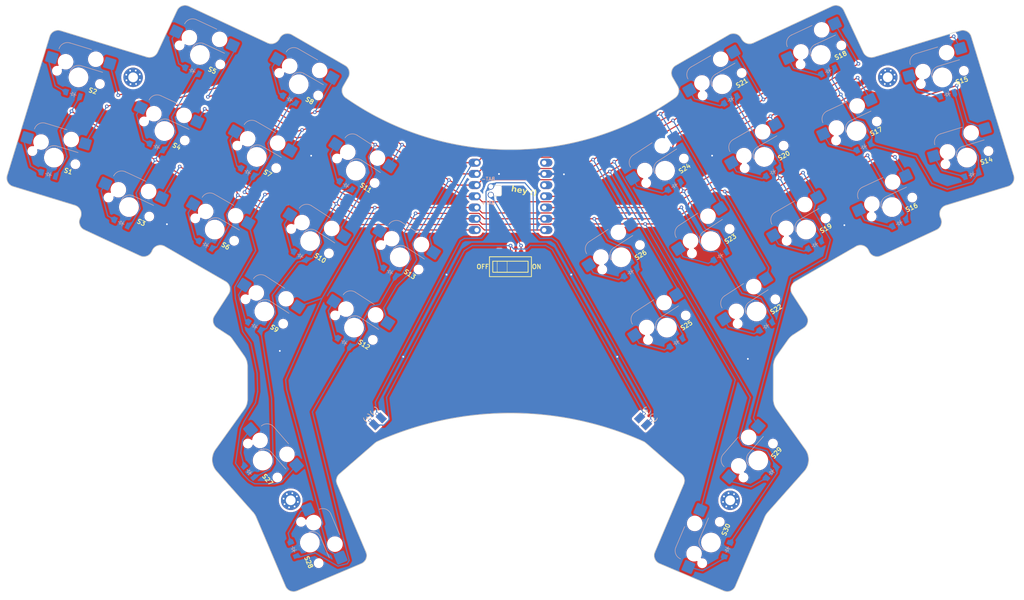
<source format=kicad_pcb>
(kicad_pcb (version 20241229) (generator "pcbnew") (generator_version "9.0")
  (title_block (title "metasepia_v3") (rev "v1.0.0") (company "Unknown"))
  (layers (0 "F.Cu" signal) (2 "B.Cu" signal) (13 "F.Paste" user) (15 "B.Paste" user) (5 "F.SilkS" user "F.Silkscreen") (7 "B.SilkS" user "B.Silkscreen") (1 "F.Mask" user) (3 "B.Mask" user) (25 "Edge.Cuts" user))
  (net 0 "")
  (net 1 "P2")
  (net 2 "pinky_home")
  (net 3 "P0")
  (net 4 "pinky_top")
  (net 5 "P4")
  (net 6 "ring_bottom")
  (net 7 "P3")
  (net 8 "ring_home")
  (net 9 "P1")
  (net 10 "ring_top")
  (net 11 "P5")
  (net 12 "middle_bottom")
  (net 13 "middle_home")
  (net 14 "middle_top")
  (net 15 "index_bottom")
  (net 16 "index_home")
  (net 17 "index_top")
  (net 18 "inner_home")
  (net 19 "inner_top")
  (net 20 "mirror_pinky_home")
  (net 21 "mirror_pinky_top")
  (net 22 "mirror_ring_bottom")
  (net 23 "mirror_ring_home")
  (net 24 "mirror_ring_top")
  (net 25 "mirror_middle_bottom")
  (net 26 "mirror_middle_home")
  (net 27 "mirror_middle_top")
  (net 28 "mirror_index_bottom")
  (net 29 "mirror_index_home")
  (net 30 "mirror_index_top")
  (net 31 "mirror_inner_home")
  (net 32 "mirror_inner_top")
  (net 33 "tucky_default")
  (net 34 "reachy_default")
  (net 35 "mirror_tucky_default")
  (net 36 "mirror_reachy_default")
  (net 37 "P6")
  (net 38 "P7")
  (net 39 "P8")
  (net 40 "P10")
  (net 41 "P9")
  (net 42 "RAW5V")
  (net 43 "GND")
  (net 44 "RAW3V3")
  (net 45 "BAT_POS")
  (net 46 "BAT_NEG")
  (footprint "frequent:MX" (layer "F.Cu") (at 298.067727 73.113746 17)
    (property "Reference" "S15")
    (property "Value" "" (hide yes))
  )
  (footprint "frequent:ComboDiode" (layer "F.Cu") (at 280.317867 88.87241 25)
    (property "Reference" "D17" (hide yes))
    (property "Value" "" (hide yes))
  )
  (footprint "frequent:xiao-smd" (layer "F.Cu") (at 200.35 100.040192)
    (property "Reference" "MCU1" (hide yes))
    (property "Value" "xiao-ble" (hide yes))
    (fp_line (start -4.699 -0.7488) (end -4.699 -1.7902) (stroke (width 0.12)) (layer "Edge.Cuts"))
    (fp_line (start -4.0132 -2.476) (end -2.413 -2.476) (stroke (width 0.12)) (layer "Edge.Cuts"))
    (fp_line (start -2.413 -0.063) (end -4.0132 -0.063) (stroke (width 0.12)) (layer "Edge.Cuts"))
    (fp_line (start -2.032 -2.095) (end -2.032 -0.444) (stroke (width 0.12)) (layer "Edge.Cuts"))
    (fp_arc (start -4.699 -0.7488) (mid -4.095391 -0.666609) (end -4.0132 -0.063) (stroke (width 0.12)) (layer "Edge.Cuts"))
    (fp_arc (start -4.0132 -2.476) (mid -4.095391 -1.872391) (end -4.699 -1.7902) (stroke (width 0.12)) (layer "Edge.Cuts"))
    (fp_arc (start -2.413 -2.476) (mid -2.143592 -2.364408) (end -2.032 -2.095) (stroke (width 0.12)) (layer "Edge.Cuts"))
    (fp_arc (start -2.032 -0.444) (mid -2.143592 -0.174592) (end -2.413 -0.063) (stroke (width 0.12)) (layer "Edge.Cuts"))
  )
  (footprint "frequent:ComboDiode" (layer "F.Cu") (at 237.918139 133.129615 33)
    (property "Reference" "D25" (hide yes))
    (property "Value" "" (hide yes))
  )
  (footprint "frequent:ComboDiode" (layer "F.Cu") (at 162.78186 133.129613 -33)
    (property "Reference" "D12" (hide yes))
    (property "Value" "" (hide yes))
  )
  (footprint "frequent:ComboDiode" (layer "F.Cu") (at 258.199098 129.474063 33)
    (property "Reference" "D22" (hide yes))
    (property "Value" "" (hide yes))
  )
  (footprint "frequent:ComboDiode" (layer "F.Cu") (at 151.296415 179.985558 -67)
    (property "Reference" "D28" (hide yes))
    (property "Value" "" (hide yes))
  )
  (footprint "frequent:MX" (layer "F.Cu") (at 175.308558 113.840196 -33)
    (property "Reference" "S13")
    (property "Value" "" (hide yes))
  )
  (footprint "frequent:MX" (layer "F.Cu") (at 225.391446 113.840192 33)
    (property "Reference" "S26")
    (property "Value" "" (hide yes))
  )
  (footprint "frequent:ComboDiode" (layer "F.Cu") (at 95.907726 95.108757 -17)
    (property "Reference" "D1" (hide yes))
    (property "Value" "" (hide yes))
  )
  (footprint "frequent:MX" (layer "F.Cu") (at 155.027599 110.184641 -33)
    (property "Reference" "S10")
    (property "Value" "" (hide yes))
  )
  (footprint "frequent:MX" (layer "F.Cu") (at 144.679458 126.119381 -33)
    (property "Reference" "S9")
    (property "Value" "" (hide yes))
  )
  (footprint "frequent:ComboDiode" (layer "F.Cu") (at 112.352388 106.092257 -25)
    (property "Reference" "D3" (hide yes))
    (property "Value" "" (hide yes))
  )
  (footprint "frequent:MX" (layer "F.Cu") (at 97.077212 91.283539 -17)
    (property "Reference" "S1")
    (property "Value" "" (hide yes))
  )
  (footprint "frequent:MX" (layer "F.Cu") (at 256.404752 159.85223 49)
    (property "Reference" "S29")
    (property "Value" "" (hide yes))
  )
  (footprint "frequent:MX" (layer "F.Cu") (at 286.657139 102.467028 25)
    (property "Reference" "S16")
    (property "Value" "" (hide yes))
  )
  (footprint "frequent:ComboDiode" (layer "F.Cu") (at 299.237212 76.938969 17)
    (property "Reference" "D15" (hide yes))
    (property "Value" "" (hide yes))
  )
  (footprint "frequent:ComboDiode" (layer "F.Cu") (at 259.750025 94.579037 30)
    (property "Reference" "D20" (hide yes))
    (property "Value" "" (hide yes))
  )
  (footprint "frequent:ComboDiode" (layer "F.Cu") (at 128.411884 71.652564 -25)
    (property "Reference" "D5" (hide yes))
    (property "Value" "" (hide yes))
  )
  (footprint "frequent:ComboDiode" (layer "F.Cu") (at 101.462788 76.938964 -17)
    (property "Reference" "D2" (hide yes))
    (property "Value" "" (hide yes))
  )
  (footprint "frequent:MX" (layer "F.Cu") (at 235.324262 94.249899 33)
    (property "Reference" "S24")
    (property "Value" "" (hide yes))
  )
  (footprint "m2hole" (layer "F.Cu") (at 285.708795 73.095064 21)
    (property "Reference" "_2" (hide yes))
    (property "Value" "")
  )
  (footprint "frequent:MX" (layer "F.Cu") (at 144.295252 159.85223 -49)
    (property "Reference" "S27")
    (property "Value" "" (hide yes))
  )
  (footprint "frequent:ComboDiode" (layer "F.Cu") (at 249.403587 179.985558 67)
    (property "Reference" "D30" (hide yes))
    (property "Value" "" (hide yes))
  )
  (footprint "frequent:MX" (layer "F.Cu") (at 114.04286 102.467029 -25)
    (property "Reference" "S3")
    (property "Value" "" (hide yes))
  )
  (footprint "frequent:ComboDiode" (layer "F.Cu") (at 237.502817 97.604583 33)
    (property "Reference" "D24" (hide yes))
    (property "Value" "" (hide yes))
  )
  (footprint "frequent:ComboDiode" (layer "F.Cu") (at 152.849042 113.539324 -33)
    (property "Reference" "D10" (hide yes))
    (property "Value" "" (hide yes))
  )
  (footprint "frequent:MX" (layer "F.Cu") (at 303.622788 91.283538 17)
    (property "Reference" "S14")
    (property "Value" "" (hide yes))
  )
  (footprint "m2hole" (layer "F.Cu") (at 150.643862 168.861929 -58)
    (property "Reference" "_3" (hide yes))
    (property "Value" "")
  )
  (footprint "frequent:MX" (layer "F.Cu") (at 256.020542 126.119382 33)
    (property "Reference" "S22")
    (property "Value" "" (hide yes))
  )
  (footprint "frequent:MX" (layer "F.Cu") (at 102.632276 73.113749 -17)
    (property "Reference" "S2")
    (property "Value" "" (hide yes))
  )
  (footprint "frequent:MX" (layer "F.Cu") (at 154.978434 178.422634 -67)
    (property "Reference" "S28")
    (property "Value" "" (hide yes))
  )
  (footprint "frequent:MX" (layer "F.Cu") (at 130.102353 68.027332 -25)
    (property "Reference" "S5")
    (property "Value" "" (hide yes))
  )
  (footprint "m2hole" (layer "F.Cu") (at 114.991209 73.095065 -21)
    (property "Reference" "_1" (hide yes))
    (property "Value" "")
  )
  (footprint "frequent:ComboDiode" (layer "F.Cu") (at 173.130004 117.194876 -33)
    (property "Reference" "D13" (hide yes))
    (property "Value" "" (hide yes))
  )
  (footprint "frequent:ComboDiode" (layer "F.Cu") (at 141.276411 162.476465 -49)
    (property "Reference" "D27" (hide yes))
    (property "Value" "" (hide yes))
  )
  (footprint "frequent:MX" (layer "F.Cu") (at 152.449973 74.660455 -30)
    (property "Reference" "S8")
    (property "Value" "" (hide yes))
  )
  (footprint "frequent:MX" (layer "F.Cu") (at 142.949977 91.114936 -30)
    (property "Reference" "S7")
    (property "Value" "" (hide yes))
  )
  (footprint "frequent:ComboDiode" (layer "F.Cu") (at 131.449973 111.033522 -30)
    (property "Reference" "D6" (hide yes))
    (property "Value" "" (hide yes))
  )
  (footprint "frequent:MX" (layer "F.Cu") (at 257.750028 91.114939 30)
    (property "Reference" "S20")
    (property "Value" "" (hide yes))
  )
  (footprint "frequent:bat" (layer "F.Cu") (at 170.350001 150.973205 45)
    (property "Reference" "BT1" (hide yes))
    (property "Value" "Battery_Cell" (hide yes))
  )
  (footprint "frequent:ComboDiode" (layer "F.Cu") (at 150.449977 78.124555 -30)
    (property "Reference" "D8" (hide yes))
    (property "Value" "" (hide yes))
  )
  (footprint "frequent:ComboDiode" (layer "F.Cu") (at 272.288119 71.652567 25)
    (property "Reference" "D18" (hide yes))
    (property "Value" "" (hide yes))
  )
  (footprint "frequent:ComboDiode" (layer "F.Cu") (at 163.197186 97.604584 -33)
    (property "Reference" "D11" (hide yes))
    (property "Value" "" (hide yes))
  )
  (footprint "frequent:ComboDiode" (layer "F.Cu") (at 142.500902 129.474063 -33)
    (property "Reference" "D9" (hide yes))
    (property "Value" "" (hide yes))
  )
  (footprint "frequent:ComboDiode" (layer "F.Cu") (at 304.792276 95.10876 17)
    (property "Reference" "D14" (hide yes))
    (property "Value" "" (hide yes))
  )
  (footprint "frequent:slider" (layer "F.Cu") (at 200.35 115.973205)
    (property "Reference" "REF**" (hide yes))
    (property "Value" "slider" (hide yes))
  )
  (footprint "frequent:ComboDiode" (layer "F.Cu") (at 250.250028 78.124558 30)
    (property "Reference" "D21" (hide yes))
    (property "Value" "" (hide yes))
  )
  (footprint "frequent:MX" (layer "F.Cu") (at 278.627395 85.247182 25)
    (property "Reference" "S17")
    (property "Value" "" (hide yes))
  )
  (footprint "frequent:MX" (layer "F.Cu") (at 248.250027 74.660454 30)
    (property "Reference" "S21")
    (property "Value" "" (hide yes))
  )
  (footprint "frequent:MX" (layer "F.Cu") (at 165.37574 94.249899 -33)
    (property "Reference" "S11")
    (property "Value" "" (hide yes))
  )
  (footprint "frequent:MX" (layer "F.Cu") (at 164.960419 129.774933 -33)
    (property "Reference" "S12")
    (property "Value" "" (hide yes))
  )
  (footprint "frequent:ComboDiode" (layer "F.Cu") (at 247.850961 113.539328 33)
    (property "Reference" "D23" (hide yes))
    (property "Value" "" (hide yes))
  )
  (footprint "frequent:MX" (layer "F.Cu") (at 270.597643 68.027332 25)
    (property "Reference" "S18")
    (property "Value" "" (hide yes))
  )
  (footprint "frequent:MX" (layer "F.Cu") (at 245.72157 178.422634 67)
    (property "Reference" "S30")
    (property "Value" "" (hide yes))
  )
  (footprint "frequent:MX" (layer "F.Cu") (at 267.250025 107.569418 30)
    (property "Reference" "S19")
    (property "Value" "" (hide yes))
  )
  (footprint "frequent:ComboDiode" (layer "F.Cu") (at 140.949971 94.579037 -30)
    (property "Reference" "D7" (hide yes))
    (property "Value" "" (hide yes))
  )
  (footprint "frequent:bat" (layer "F.Cu") (at 230.349999 150.973206 -45)
    (property "Reference" "BT1" (hide yes))
    (property "Value" "Battery_Cell" (hide yes))
  )
  (footprint "frequent:MX" (layer "F.Cu") (at 133.449971 107.569418 -30)
    (property "Reference" "S6")
    (property "Value" "" (hide yes))
  )
  (footprint "frequent:ComboDiode" (layer "F.Cu") (at 288.347613 106.092256 25)
    (property "Reference" "D16" (hide yes))
    (property "Value" "" (hide yes))
  )
  (footprint "frequent:ComboDiode" (layer "F.Cu") (at 259.423593 162.476468 49)
    (property "Reference" "D29" (hide yes))
    (property "Value" "" (hide yes))
  )
  (footprint "frequent:ComboDiode" (layer "F.Cu") (at 269.250027 111.03352 30)
    (property "Reference" "D19" (hide yes))
    (property "Value" "" (hide yes))
  )
  (footprint "frequent:MX" (layer "F.Cu") (at 245.672403 110.184641 33)
    (property "Reference" "S23")
    (property "Value" "" (hide yes))
  )
  (footprint "frequent:MX" (layer "F.Cu") (at 122.072607 85.24718 -25)
    (property "Reference" "S4")
    (property "Value" "" (hide yes))
  )
  (footprint "frequent:ComboDiode" (layer "F.Cu") (at 120.382134 88.872411 -25)
    (property "Reference" "D4" (hide yes))
    (property "Value" "" (hide yes))
  )
  (footprint "frequent:MX" (layer "F.Cu") (at 235.739585 129.774937 33)
    (property "Reference" "S25")
    (property "Value" "" (hide yes))
  )
  (footprint "frequent:ComboDiode" (layer "F.Cu") (at 227.569998 117.194876 33)
    (property "Reference" "D26" (hide yes))
    (property "Value" "" (hide yes))
  )
  (footprint "m2hole" (layer "F.Cu") (at 250.056134 168.861929 58)
    (property "Reference" "_4" (hide yes))
    (property "Value" "")
  )
  (gr_arc (start 119.346064 112.27177) (mid 120.557257 111.209518) (end 122.158683 111.384958) (stroke (width 0.15)) (layer "Edge.Cuts"))
  (gr_line (start 142.819509 172.683776) (end 149.455497 188.317185) (stroke (width 0.15)) (layer "Edge.Cuts"))
  (gr_arc (start 297.705791 104.983434) (mid 297.772565 106.512702) (end 296.738416 107.641285) (stroke (width 0.15)) (layer "Edge.Cuts"))
  (gr_arc (start 257.880492 172.683777) (mid 258.181476 172.109287) (end 258.571335 171.59098) (stroke (width 0.15)) (layer "Edge.Cuts"))
  (gr_line (start 275.771907 57.946057) (end 280.189822 67.420314) (stroke (width 0.15)) (layer "Edge.Cuts"))
  (gr_arc (start 152.077968 189.376732) (mid 150.547311 189.390061) (end 149.455497 188.317185) (stroke (width 0.15)) (layer "Edge.Cuts"))
  (gr_arc (start 230.442924 155.551557) (mid 230.702948 155.691549) (end 230.939514 155.868316) (stroke (width 0.15)) (layer "Edge.Cuts"))
  (gr_arc (start 140.130429 136.19705) (mid 140.674089 137.291751) (end 140.861792 138.49952) (stroke (width 0.15)) (layer "Edge.Cuts"))
  (gr_line (start 260.569572 136.19705) (end 263.19768 132.471273) (stroke (width 0.15)) (layer "Edge.Cuts"))
  (gr_arc (start 147.992972 64.480207) (mid 146.862333 65.387606) (end 145.415686 65.292821) (stroke (width 0.15)) (layer "Edge.Cuts"))
  (gr_arc (start 314.213698 95.31313) (mid 314.066981 96.836806) (end 312.885829 97.810485) (stroke (width 0.15)) (layer "Edge.Cuts"))
  (gr_line (start 284.140734 113.51568) (end 296.738416 107.641285) (stroke (width 0.15)) (layer "Edge.Cuts"))
  (gr_line (start 133.887065 162.30835) (end 142.128662 171.590981) (stroke (width 0.15)) (layer "Edge.Cuts"))
  (gr_arc (start 273.114055 56.978681) (mid 274.64335 56.911866) (end 275.771907 57.946057) (stroke (width 0.15)) (layer "Edge.Cuts"))
  (gr_arc (start 239.023918 162.895978) (mid 239.660541 163.955493) (end 239.552812 165.186863) (stroke (width 0.15)) (layer "Edge.Cuts"))
  (gr_arc (start 163.121377 77.732444) (mid 162.314483 76.526847) (end 162.53482 75.092982) (stroke (width 0.15)) (layer "Edge.Cuts"))
  (gr_arc (start 238.165181 75.092987) (mid 238.385494 76.526845) (end 237.578627 77.732449) (stroke (width 0.15)) (layer "Edge.Cuts"))
  (gr_line (start 140.861792 138.49952) (end 140.867694 145.934668) (stroke (width 0.15)) (layer "Edge.Cuts"))
  (gr_arc (start 142.128662 171.590981) (mid 142.518525 172.109285) (end 142.819509 172.683776) (stroke (width 0.15)) (layer "Edge.Cuts"))
  (gr_arc (start 161.14719 165.186863) (mid 161.039439 163.95549) (end 161.676082 162.895981) (stroke (width 0.15)) (layer "Edge.Cuts"))
  (gr_line (start 102.99421 104.983435) (end 103.055224 104.852589) (stroke (width 0.15)) (layer "Edge.Cuts"))
  (gr_line (start 298.87265 102.094743) (end 312.885829 97.810485) (stroke (width 0.15)) (layer "Edge.Cuts"))
  (gr_line (start 152.077968 189.376732) (end 166.621945 183.203185) (stroke (width 0.15)) (layer "Edge.Cuts"))
  (gr_arc (start 284.140735 113.515683) (mid 282.611474 113.582413) (end 281.482881 112.548298) (stroke (width 0.15)) (layer "Edge.Cuts"))
  (gr_arc (start 234.078059 183.203184) (mid 233.005166 182.111383) (end 233.01851 180.580707) (stroke (width 0.15)) (layer "Edge.Cuts"))
  (gr_arc (start 87.814169 97.810481) (mid 86.633039 96.83681) (end 86.486306 95.313131) (stroke (width 0.15)) (layer "Edge.Cuts"))
  (gr_arc (start 103.961589 107.641285) (mid 102.927454 106.512709) (end 102.99421 104.983435) (stroke (width 0.15)) (layer "Edge.Cuts"))
  (gr_arc (start 133.976176 129.840248) (mid 133.109155 128.578741) (end 133.388115 127.073625) (stroke (width 0.15)) (layer "Edge.Cuts"))
  (gr_line (start 150.906099 63.434525) (end 162.943854 70.384525) (stroke (width 0.15)) (layer "Edge.Cuts"))
  (gr_line (start 133.388115 127.073625) (end 136.588113 122.146058) (stroke (width 0.15)) (layer "Edge.Cuts"))
  (gr_line (start 282.587183 68.487684) (end 302.097318 62.522839) (stroke (width 0.15)) (layer "Edge.Cuts"))
  (gr_arc (start 260.581518 148.268598) (mid 260.02375 147.160432) (end 259.832304 145.934669) (stroke (width 0.15)) (layer "Edge.Cuts"))
  (gr_line (start 119.346065 112.271772) (end 119.217118 112.5483) (stroke (width 0.15)) (layer "Edge.Cuts"))
  (gr_arc (start 302.097316 62.522839) (mid 303.621 62.669558) (end 304.59467 63.850703) (stroke (width 0.15)) (layer "Edge.Cuts"))
  (gr_line (start 264.287763 131.422242) (end 266.723824 129.840246) (stroke (width 0.15)) (layer "Edge.Cuts"))
  (gr_arc (start 297.644775 104.852589) (mid 297.630314 103.193881) (end 298.87265 102.094743) (stroke (width 0.15)) (layer "Edge.Cuts"))
  (gr_arc (start 140.867694 145.934668) (mid 140.676298 147.160446) (end 140.11848 148.268596) (stroke (width 0.15)) (layer "Edge.Cuts"))
  (gr_arc (start 259.838211 138.499521) (mid 260.025907 137.29175) (end 260.569572 136.19705) (stroke (width 0.15)) (layer "Edge.Cuts"))
  (gr_arc (start 96.10533 63.850704) (mid 97.079017 62.669618) (end 98.602686 62.522836) (stroke (width 0.15)) (layer "Edge.Cuts"))
  (gr_line (start 120.510184 67.420314) (end 124.928095 57.946062) (stroke (width 0.15)) (layer "Edge.Cuts"))
  (gr_line (start 264.789231 119.324732) (end 278.541319 111.384955) (stroke (width 0.15)) (layer "Edge.Cuts"))
  (gr_arc (start 170.257079 155.551557) (mid 200.350002 149.137431) (end 230.442924 155.551559) (stroke (width 0.15)) (layer "Edge.Cuts"))
  (gr_arc (start 255.284316 65.292825) (mid 253.83769 65.38759) (end 252.707027 64.480207) (stroke (width 0.15)) (layer "Edge.Cuts"))
  (gr_arc (start 251.244503 188.317185) (mid 250.15269 189.390034) (end 248.622033 189.376733) (stroke (width 0.15)) (layer "Edge.Cuts"))
  (gr_line (start 264.111888 122.146057) (end 267.311887 127.073624) (stroke (width 0.15)) (layer "Edge.Cuts"))
  (gr_line (start 239.023918 162.895978) (end 230.939514 155.868316) (stroke (width 0.15)) (layer "Edge.Cuts"))
  (gr_line (start 87.814172 97.810486) (end 101.827353 102.094742) (stroke (width 0.15)) (layer "Edge.Cuts"))
  (gr_line (start 251.244505 188.317185) (end 257.880492 172.683777) (stroke (width 0.15)) (layer "Edge.Cuts"))
  (gr_arc (start 101.827349 102.094741) (mid 103.069673 103.193867) (end 103.055221 104.852589) (stroke (width 0.15)) (layer "Edge.Cuts"))
  (gr_line (start 281.482881 112.548298) (end 281.353934 112.27177) (stroke (width 0.15)) (layer "Edge.Cuts"))
  (gr_line (start 304.59467 63.850703) (end 314.213698 95.31313) (stroke (width 0.15)) (layer "Edge.Cuts"))
  (gr_line (start 161.14719 165.186863) (end 167.68149 180.580708) (stroke (width 0.15)) (layer "Edge.Cuts"))
  (gr_arc (start 148.174048 64.166578) (mid 149.388454 63.234754) (end 150.906099 63.434525) (stroke (width 0.15)) (layer "Edge.Cuts"))
  (gr_line (start 169.760488 155.868313) (end 161.676082 162.895981) (stroke (width 0.15)) (layer "Edge.Cuts"))
  (gr_arc (start 135.910773 119.324731) (mid 136.855493 120.58989) (end 136.588113 122.146058) (stroke (width 0.15)) (layer "Edge.Cuts"))
  (gr_arc (start 124.928101 57.946057) (mid 126.056671 56.911937) (end 127.585952 56.978684) (stroke (width 0.15)) (layer "Edge.Cuts"))
  (gr_line (start 267.072546 157.32188) (end 260.58152 148.268595) (stroke (width 0.15)) (layer "Edge.Cuts"))
  (gr_arc (start 267.311887 127.073624) (mid 267.59082 128.578712) (end 266.723824 129.840246) (stroke (width 0.15)) (layer "Edge.Cuts"))
  (gr_arc (start 133.887065 162.30835) (mid 132.88365 159.860599) (end 133.627455 157.321882) (stroke (width 0.15)) (layer "Edge.Cuts"))
  (gr_line (start 147.992972 64.480207) (end 148.174049 64.166572) (stroke (width 0.15)) (layer "Edge.Cuts"))
  (gr_arc (start 136.735264 131.632015) (mid 137.032814 131.868265) (end 137.280304 132.156534) (stroke (width 0.15)) (layer "Edge.Cuts"))
  (gr_line (start 255.284316 65.292825) (end 273.114051 56.978681) (stroke (width 0.15)) (layer "Edge.Cuts"))
  (gr_arc (start 282.587181 68.487684) (mid 281.188971 68.402159) (end 280.189822 67.420314) (stroke (width 0.15)) (layer "Edge.Cuts"))
  (gr_arc (start 278.541319 111.384958) (mid 280.142744 111.209549) (end 281.353934 112.27177) (stroke (width 0.15)) (layer "Edge.Cuts"))
  (gr_line (start 237.756149 70.384524) (end 249.793908 63.434525) (stroke (width 0.15)) (layer "Edge.Cuts"))
  (gr_arc (start 249.793901 63.434525) (mid 251.311557 63.234679) (end 252.525953 64.166574) (stroke (width 0.15)) (layer "Edge.Cuts"))
  (gr_line (start 140.11848 148.268596) (end 133.627455 157.321882) (stroke (width 0.15)) (layer "Edge.Cuts"))
  (gr_arc (start 162.943854 70.384525) (mid 163.875699 71.598937) (end 163.675903 73.116575) (stroke (width 0.15)) (layer "Edge.Cuts"))
  (gr_line (start 237.024101 73.116575) (end 238.165181 75.092987) (stroke (width 0.15)) (layer "Edge.Cuts"))
  (gr_line (start 103.961587 107.64129) (end 116.559267 113.515681) (stroke (width 0.15)) (layer "Edge.Cuts"))
  (gr_arc (start 167.681492 180.58071) (mid 167.694851 182.111377) (end 166.621945 183.203185) (stroke (width 0.15)) (layer "Edge.Cuts"))
  (gr_line (start 137.280304 132.156534) (end 140.130424 136.19705) (stroke (width 0.15)) (layer "Edge.Cuts"))
  (gr_arc (start 237.578627 77.732449) (mid 200.350002 89.449903) (end 163.121377 77.732444) (stroke (width 0.15)) (layer "Edge.Cuts"))
  (gr_arc (start 237.024101 73.116575) (mid 236.824295 71.598935) (end 237.756149 70.384524) (stroke (width 0.15)) (layer "Edge.Cuts"))
  (gr_arc (start 263.19768 132.471273) (mid 263.69267 131.894748) (end 264.287763 131.422242) (stroke (width 0.15)) (layer "Edge.Cuts"))
  (gr_line (start 258.571335 171.59098) (end 266.812938 162.308351) (stroke (width 0.15)) (layer "Edge.Cuts"))
  (gr_line (start 86.486302 95.31313) (end 96.105331 63.850702) (stroke (width 0.15)) (layer "Edge.Cuts"))
  (gr_line (start 259.832304 145.934669) (end 259.838212 138.49952) (stroke (width 0.15)) (layer "Edge.Cuts"))
  (gr_arc (start 264.111888 122.146057) (mid 263.844486 120.589883) (end 264.789231 119.324732) (stroke (width 0.15)) (layer "Edge.Cuts"))
  (gr_arc (start 169.760485 155.868311) (mid 169.997063 155.691562) (end 170.257079 155.551554) (stroke (width 0.15)) (layer "Edge.Cuts"))
  (gr_arc (start 267.072546 157.32188) (mid 267.816354 159.860608) (end 266.812938 162.308351) (stroke (width 0.15)) (layer "Edge.Cuts"))
  (gr_arc (start 119.217118 112.5483) (mid 118.088541 113.582484) (end 116.559267 113.515681) (stroke (width 0.15)) (layer "Edge.Cuts"))
  (gr_line (start 133.976176 129.840248) (end 136.735266 131.632017) (stroke (width 0.15)) (layer "Edge.Cuts"))
  (gr_arc (start 120.510177 67.42031) (mid 119.511045 68.402163) (end 118.112818 68.487684) (stroke (width 0.15)) (layer "Edge.Cuts"))
  (gr_line (start 98.602686 62.522836) (end 118.112818 68.487684) (stroke (width 0.15)) (layer "Edge.Cuts"))
  (gr_line (start 234.078058 183.203182) (end 248.622033 189.376733) (stroke (width 0.15)) (layer "Edge.Cuts"))
  (gr_line (start 162.53482 75.092982) (end 163.675903 73.116575) (stroke (width 0.15)) (layer "Edge.Cuts"))
  (gr_line (start 297.644775 104.852589) (end 297.705791 104.983434) (stroke (width 0.15)) (layer "Edge.Cuts"))
  (gr_line (start 252.525953 64.166574) (end 252.707027 64.480207) (stroke (width 0.15)) (layer "Edge.Cuts"))
  (gr_line (start 122.158683 111.384958) (end 135.910772 119.324727) (stroke (width 0.15)) (layer "Edge.Cuts"))
  (gr_line (start 233.01851 180.580707) (end 239.552812 165.186863) (stroke (width 0.15)) (layer "Edge.Cuts"))
  (gr_line (start 127.585952 56.978684) (end 145.415686 65.292821) (stroke (width 0.15)) (layer "Edge.Cuts"))
  (segment (start 200.35 111.223205) (end 200.35 112.973205) (width 0.25) (layer "F.Cu") (net 0))
  (segment (start 200.35 118.973205) (end 200.35 112.973205) (width 0.25) (layer "F.Cu") (net 0))
  (segment (start 197.849999 112.973205) (end 197.849999 118.973205) (width 0.25) (layer "F.Cu") (net 0))
  (segment (start 200.375 111.198205) (end 200.35 111.223205) (width 0.25) (layer "F.Cu") (net 0))
  (via (at 200.375 111.198205) (size 0.8) (drill 0.4) (layers "F.Cu" "B.Cu") (net 0))
  (segment (start 201.1 111.973205) (end 204.1 111.973205) (width 0.25) (layer "B.Cu") (net 0))
  (segment (start 172.90828 150.573205) (end 171.7 151.848037) (width 0.25) (layer "B.Cu") (net 0))
  (segment (start 191.7 111.198206) (end 189.885688 112.358894) (width 0.25) (layer "B.Cu") (net 0))
  (segment (start 172.90828 150.573205) (end 172.306536 145.573205) (width 0.25) (layer "B.Cu") (net 0))
  (segment (start 172.306536 145.573205) (end 189.885688 112.358894) (width 0.25) (layer "B.Cu") (net 0))
  (segment (start 200.375 111.198205) (end 191.7 111.198206) (width 0.25) (layer "B.Cu") (net 0))
  (segment (start 208.3 111.173205) (end 209.801044 112.072161) (width 0.25) (layer "B.Cu") (net 0))
  (segment (start 200.375 111.198205) (end 201.1 111.973205) (width 0.25) (layer "B.Cu") (net 0))
  (segment (start 204.1 111.973205) (end 204.9 111.173205) (width 0.25) (layer "B.Cu") (net 0))
  (segment (start 169.572184 151.751022) (end 171.7 151.848037) (width 0.25) (layer "B.Cu") (net 0))
  (segment (start 230.520554 149.24645) (end 209.801044 112.072161) (width 0.25) (layer "B.Cu") (net 0))
  (segment (start 204.9 111.173205) (end 208.3 111.173205) (width 0.25) (layer "B.Cu") (net 0))
  (segment (start 213.895335 96.274194) (end 237.135723 82.856348) (width 0.25) (layer "F.Cu") (net 1))
  (segment (start 132.187438 79.308777) (end 138.624832 77.583881) (width 0.25) (layer "F.Cu") (net 1))
  (segment (start 186.441226 96.357228) (end 188.429655 97.505249) (width 0.25) (layer "F.Cu") (net 1))
  (segment (start 124.78025 79.463396) (end 120.03876 76.725895) (width 0.25) (layer "F.Cu") (net 1))
  (segment (start 127.648903 78.694744) (end 125.019303 79.399346) (width 0.25) (layer "F.Cu") (net 1))
  (segment (start 162.487226 82.527378) (end 186.441226 96.357228) (width 0.25) (layer "F.Cu") (net 1))
  (segment (start 192.730004 97.500191) (end 188.43471 97.500192) (width 0.25) (layer "F.Cu") (net 1))
  (segment (start 271.158142 77.634911) (end 264.328015 75.804784) (width 0.25) (layer "F.Cu") (net 1))
  (segment (start 132.187438 79.308777) (end 130.022374 78.058774) (width 0.25) (layer "F.Cu") (net 1))
  (segment (start 238.963633 81.801005) (end 237.135723 82.856348) (width 0.25) (layer "F.Cu") (net 1))
  (segment (start 213.895335 96.274194) (end 193.956 96.274194) (width 0.25) (layer "F.Cu") (net 1))
  (segment (start 120.03876 76.725895) (end 109.042258 79.672401) (width 0.25) (layer "F.Cu") (net 1))
  (segment (start 188.43471 97.500192) (end 188.429655 97.505249) (width 0.25) (layer "F.Cu") (net 1))
  (segment (start 153.21958 85.010639) (end 160.813845 82.975762) (width 0.25) (layer "F.Cu") (net 1))
  (segment (start 193.956 96.274194) (end 192.730004 97.500191) (width 0.25) (layer "F.Cu") (net 1))
  (segment (start 138.624832 77.583881) (end 152.037132 85.327476) (width 0.25) (layer "F.Cu") (net 1))
  (segment (start 264.328015 75.804784) (end 249.194222 84.542284) (width 0.25) (layer "F.Cu") (net 1))
  (segment (start 278.88742 73.17241) (end 271.158142 77.634911) (width 0.25) (layer "F.Cu") (net 1))
  (segment (start 130.022374 78.058774) (end 127.648903 78.694744) (width 0.25) (layer "F.Cu") (net 1))
  (segment (start 125.019303 79.399346) (end 124.78025 79.463396) (width 0.25) (layer "F.Cu") (net 1))
  (segment (start 160.813845 82.975762) (end 162.487226 82.527378) (width 0.25) (layer "F.Cu") (net 1))
  (segment (start 152.037132 85.327476) (end 153.21958 85.010639) (width 0.25) (layer "F.Cu") (net 1))
  (segment (start 249.194222 84.542284) (end 238.963633 81.801005) (width 0.25) (layer "F.Cu") (net 1))
  (via (at 109.042258 79.672401) (size 0.8) (drill 0.4) (layers "F.Cu" "B.Cu") (net 1))
  (via (at 186.441226 96.357228) (size 0.8) (drill 0.4) (layers "F.Cu" "B.Cu") (net 1))
  (via (at 237.135723 82.856348) (size 0.8) (drill 0.4) (layers "F.Cu" "B.Cu") (net 1))
  (via (at 278.88742 73.17241) (size 0.8) (drill 0.4) (layers "F.Cu" "B.Cu") (net 1))
  (via (at 153.21958 85.010639) (size 0.8) (drill 0.4) (layers "F.Cu" "B.Cu") (net 1))
  (segment (start 177.008101 117.909995) (end 177.179431 117.779364) (width 0.25) (layer "B.Cu") (net 1))
  (segment (start 153.21973 85.011195) (end 153.21958 85.010639) (width 0.25) (layer "B.Cu") (net 1))
  (segment (start 179.149554 114.367008) (end 178.164902 110.692241) (width 0.25) (layer "B.Cu") (net 1))
  (segment (start 171.647489 125.350947) (end 174.600956 120.274397) (width 0.25) (layer "B.Cu") (net 1))
  (segment (start 178.164902 110.692241) (end 186.441226 96.357228) (width 0.25) (layer "B.Cu") (net 1))
  (segment (start 278.88742 73.17241) (end 278.887401 73.172481) (width 0.25) (layer "B.Cu") (net 1))
  (segment (start 177.179431 117.779364) (end 179.149554 114.367008) (width 0.25) (layer "B.Cu") (net 1))
  (segment (start 247.805148 102.742412) (end 248.062479 101.782048) (width 0.25) (layer "B.Cu") (net 1))
  (segment (start 248.062479 101.782048) (end 237.135723 82.856348) (width 0.25) (layer "B.Cu") (net 1))
  (segment (start 109.032772 79.674942) (end 109.042258 79.672401) (width 0.25) (layer "B.Cu") (net 1))
  (segment (start 177.008101 117.909995) (end 174.600956 120.274397) (width 0.25) (layer "B.Cu") (net 1))
  (segment (start 104.149196 88.133546) (end 109.032772 79.674942) (width 0.25) (layer "B.Cu") (net 1))
  (segment (start 278.887401 73.172481) (end 281.775145 78.1742) (width 0.25) (layer "B.Cu") (net 1))
  (segment (start 172.071925 126.625824) (end 171.647489 125.350947) (width 0.25) (layer "B.Cu") (net 1))
  (segment (start 150.549294 89.636525) (end 153.21973 85.011195) (width 0.25) (layer "B.Cu") (net 1))
  (segment (start 172.626699 128.69627) (end 172.071925 126.625824) (width 0.25) (layer "B.Cu") (net 1))
  (segment (start 90.40298 87.894074) (end 91.822475 93.191709) (width 0.25) (layer "B.Cu") (net 2))
  (segment (start 91.822475 93.191709) (end 94.282007 94.611726) (width 0.25) (layer "B.Cu") (net 2))
  (segment (start 91.044415 86.78307) (end 90.393079 87.911223) (width 0.25) (layer "B.Cu") (net 2))
  (segment (start 91.044415 86.78307) (end 90.40298 87.894074) (width 0.25) (layer "B.Cu") (net 2))
  (segment (start 156.087783 81.012159) (end 152.211687 82.050754) (width 0.25) (layer "F.Cu") (net 3))
  (segment (start 249.11246 81.500666) (end 263.986445 72.913164) (width 0.25) (layer "F.Cu") (net 3))
  (segment (start 217.265698 91.194194) (end 234.306365 81.355761) (width 0.25) (layer "F.Cu") (net 3))
  (segment (start 152.211687 82.050754) (end 138.615089 74.200755) (width 0.25) (layer "F.Cu") (net 3))
  (segment (start 192.73 92.420192) (end 193.956002 91.194193) (width 0.25) (layer "F.Cu") (net 3))
  (segment (start 263.986445 72.913164) (end 270.884874 74.761594) (width 0.25) (layer "F.Cu") (net 3))
  (segment (start 156.087783 81.012159) (end 162.764232 79.223208) (width 0.25) (layer "F.Cu") (net 3))
  (segment (start 186.065725 92.42019) (end 192.73 92.420192) (width 0.25) (layer "F.Cu") (net 3))
  (segment (start 185.624554 92.421621) (end 185.629887 92.420193) (width 0.25) (layer "F.Cu") (net 3))
  (segment (start 186.065725 92.42019) (end 185.629887 92.420193) (width 0.25) (layer "F.Cu") (net 3))
  (segment (start 119.922736 74.92686) (end 111.624131 77.150462) (width 0.25) (layer "F.Cu") (net 3))
  (segment (start 162.764232 79.223208) (end 185.624554 92.421621) (width 0.25) (layer "F.Cu") (net 3))
  (segment (start 138.615089 74.200755) (end 131.580056 76.085785) (width 0.25) (layer "F.Cu") (net 3))
  (segment (start 270.884874 74.761594) (end 279.068813 70.036593) (width 0.25) (layer "F.Cu") (net 3))
  (segment (start 193.956002 91.194193) (end 217.265698 91.194194) (width 0.25) (layer "F.Cu") (net 3))
  (segment (start 131.580056 76.085785) (end 124.988986 77.851857) (width 0.25) (layer "F.Cu") (net 3))
  (segment (start 238.828282 78.745031) (end 249.11246 81.500666) (width 0.25) (layer "F.Cu") (net 3))
  (segment (start 234.306365 81.355761) (end 238.828282 78.745031) (width 0.25) (layer "F.Cu") (net 3))
  (segment (start 124.988986 77.851857) (end 119.922736 74.92686) (width 0.25) (layer "F.Cu") (net 3))
  (via (at 234.306365 81.355761) (size 0.8) (drill 0.4) (layers "F.Cu" "B.Cu") (net 3))
  (via (at 156.087783 81.012159) (size 0.8) (drill 0.4) (layers "F.Cu" "B.Cu") (net 3))
  (via (at 279.068813 70.036593) (size 0.8) (drill 0.4) (layers "F.Cu" "B.Cu") (net 3))
  (via (at 111.624131 77.150462) (size 0.8) (drill 0.4) (layers "F.Cu" "B.Cu") (net 3))
  (segment (start 109.70426 69.963757) (end 111.628093 77.143605) (width 0.25) (layer "B.Cu") (net 3))
  (segment (start 111.628093 77.143605) (end 111.624131 77.150462) (width 0.25) (layer "B.Cu") (net 3))
  (segment (start 234.309891 81.356705) (end 234.306365 81.355761) (width 0.25) (layer "B.Cu") (net 3))
  (segment (start 237.457009 86.807671) (end 234.309891 81.356705) (width 0.25) (layer "B.Cu") (net 3))
  (segment (start 191.631175 92.71462) (end 192.729999 92.420191) (width 0.25) (layer "B.Cu") (net 3))
  (segment (start 275.824427 64.555342) (end 273.745395 60.954353) (width 0.25) (layer "B.Cu") (net 3))
  (segment (start 182.049947 109.309795) (end 191.631175 92.71462) (width 0.25) (layer "B.Cu") (net 3))
  (segment (start 275.918814 64.580632) (end 275.824427 64.555342) (width 0.25) (layer "B.Cu") (net 3))
  (segment (start 279.068813 70.036593) (end 275.918814 64.580632) (width 0.25) (layer "B.Cu") (net 3))
  (segment (start 160.228282 73.850032) (end 156.094222 81.010434) (width 0.25) (layer "B.Cu") (net 3))
  (segment (start 156.094222 81.010434) (end 156.087783 81.012159) (width 0.25) (layer "B.Cu") (net 3))
  (segment (start 182.974839 112.761531) (end 182.049947 109.309795) (width 0.25) (layer "B.Cu") (net 3))
  (segment (start 160.049295 73.182047) (end 160.228282 73.850032) (width 0.25) (layer "B.Cu") (net 3))
  (segment (start 95.958041 69.724291) (end 97.377539 75.021922) (width 0.25) (layer "B.Cu") (net 4))
  (segment (start 96.599483 68.613283) (end 95.958041 69.724291) (width 0.25) (layer "B.Cu") (net 4))
  (segment (start 97.377539 75.021922) (end 99.837071 76.441938) (width 0.25) (layer "B.Cu") (net 4))
  (segment (start 125.518745 93.284292) (end 127.35905 94.346792) (width 0.25) (layer "F.Cu") (net 5))
  (segment (start 257.854273 99.691927) (end 266.536175 94.679427) (width 0.25) (layer "F.Cu") (net 5))
  (segment (start 192.730002 102.580196) (end 193.956002 103.806192) (width 0.25) (layer "F.Cu") (net 5))
  (segment (start 246.311355 96.599012) (end 257.854273 99.691927) (width 0.25) (layer "F.Cu") (net 5))
  (segment (start 193.956002 103.806192) (end 233.838664 103.806193) (width 0.25) (layer "F.Cu") (net 5))
  (segment (start 168.019509 102.580071) (end 168.019542 102.580196) (width 0.25) (layer "F.Cu") (net 5))
  (segment (start 155.349872 95.265256) (end 168.019509 102.580071) (width 0.25) (layer "F.Cu") (net 5))
  (segment (start 168.377356 102.580196) (end 169.240972 102.580195) (width 0.25) (layer "F.Cu") (net 5))
  (segment (start 169.459855 102.580195) (end 169.679472 102.580193) (width 0.25) (layer "F.Cu") (net 5))
  (segment (start 141.928672 98.861457) (end 155.349872 95.265256) (width 0.25) (layer "F.Cu") (net 5))
  (segment (start 169.679472 102.580193) (end 170.131863 102.580195) (width 0.25) (layer "F.Cu") (net 5))
  (segment (start 168.377356 102.580196) (end 168.019542 102.580196) (width 0.25) (layer "F.Cu") (net 5))
  (segment (start 233.838664 103.806193) (end 233.840591 103.799013) (width 0.25) (layer "F.Cu") (net 5))
  (segment (start 131.969383 93.111457) (end 141.928672 98.861457) (width 0.25) (layer "F.Cu") (net 5))
  (segment (start 169.240972 102.580195) (end 169.459855 102.580195) (width 0.25) (layer "F.Cu") (net 5))
  (segment (start 170.131863 102.580195) (end 192.730002 102.580196) (width 0.25) (layer "F.Cu") (net 5))
  (segment (start 233.840591 103.799013) (end 246.311355 96.599012) (width 0.25) (layer "F.Cu") (net 5))
  (segment (start 127.35905 94.346792) (end 131.969383 93.111457) (width 0.25) (layer "F.Cu") (net 5))
  (via (at 125.518745 93.284292) (size 0.8) (drill 0.4) (layers "F.Cu" "B.Cu") (net 5))
  (via (at 169.679472 102.580193) (size 0.8) (drill 0.4) (layers "F.Cu" "B.Cu") (net 5))
  (via (at 266.536175 94.679427) (size 0.8) (drill 0.4) (layers "F.Cu" "B.Cu") (net 5))
  (segment (start 157.722585 123.1159) (end 169.679472 102.580193) (width 0.25) (layer "B.Cu") (net 5))
  (segment (start 268.940219 103.343352) (end 269.769346 100.249008) (width 0.25) (layer "B.Cu") (net 5))
  (segment (start 271.627041 113.997067) (end 272.725118 109.898989) (width 0.25) (layer "B.Cu") (net 5))
  (segment (start 269.769346 100.249008) (end 266.556963 94.684997) (width 0.25) (layer "B.Cu") (net 5))
  (segment (start 149.71026 143.747079) (end 157.867854 174.191626) (width 0.25) (layer "B.Cu") (net 5))
  (segment (start 157.867854 174.191626) (end 157.58291 174.685162) (width 0.25) (layer "B.Cu") (net 5))
  (segment (start 159.046178 180.146148) (end 161.937248 181.815306) (width 0.25) (layer "B.Cu") (net 5))
  (segment (start 152.345737 125.040718) (end 157.722585 123.1159) (width 0.25) (layer "B.Cu") (net 5))
  (segment (start 272.725118 109.898989) (end 268.940219 103.343352) (width 0.25) (layer "B.Cu") (net 5))
  (segment (start 152.427794 125.346951) (end 152.345739 125.040717) (width 0.25) (layer "B.Cu") (net 5))
  (segment (start 263.811163 118.509566) (end 271.627041 113.997067) (width 0.25) (layer "B.Cu") (net 5))
  (segment (start 149.491238 141.573011) (end 149.71026 143.747079) (width 0.25) (layer "B.Cu") (net 5))
  (segment (start 125.529718 93.325247) (end 125.518745 93.284292) (width 0.25) (layer "B.Cu") (net 5))
  (segment (start 255.313649 150.222717) (end 263.811163 118.509566) (width 0.25) (layer "B.Cu") (net 5))
  (segment (start 266.556963 94.684997) (end 266.536175 94.679427) (width 0.25) (layer "B.Cu") (net 5))
  (segment (start 157.58291 174.685162) (end 159.046178 180.146148) (width 0.25) (layer "B.Cu") (net 5))
  (segment (start 157.722585 123.1159) (end 149.491238 141.573011) (width 0.25) (layer "B.Cu") (net 5))
  (segment (start 256.403524 152.110436) (end 255.313649 150.222717) (width 0.25) (layer "B.Cu") (net 5))
  (segment (start 121.484413 100.331921) (end 125.529718 93.325247) (width 0.25) (layer "B.Cu") (net 5))
  (segment (start 107.742107 98.821418) (end 109.257367 104.476435) (width 0.25) (layer "B.Cu") (net 6))
  (segment (start 108.695121 97.170755) (end 107.742107 98.821418) (width 0.25) (layer "B.Cu") (net 6))
  (segment (start 109.257367 104.476435) (end 110.811666 105.373808) (width 0.25) (layer "B.Cu") (net 6))
  (segment (start 222.824856 94.419204) (end 231.134001 89.621914) (width 0.25) (layer "F.Cu") (net 7))
  (segment (start 231.134001 89.621914) (end 234.956294 90.646095) (width 0.25) (layer "F.Cu") (net 7))
  (segment (start 248.920424 87.818052) (end 259.182825 81.893052) (width 0.25) (layer "F.Cu") (net 7))
  (segment (start 190.072791 100.040194) (end 190.07188 100.041102) (width 0.25) (layer "F.Cu") (net 7))
  (segment (start 291.645603 78.128262) (end 280.722883 75.201528) (width 0.25) (layer "F.Cu") (net 7))
  (segment (start 192.729999 100.040195) (end 193.956002 101.266193) (width 0.25) (layer "F.Cu") (net 7))
  (segment (start 162.442805 84.089448) (end 152.043856 86.875838) (width 0.25) (layer "F.Cu") (net 7))
  (segment (start 239.306447 85.241995) (end 248.920424 87.818052) (width 0.25) (layer "F.Cu") (net 7))
  (segment (start 222.630001 94.531702) (end 222.824856 94.419204) (width 0.25) (layer "F.Cu") (net 7))
  (segment (start 264.205772 78.993053) (end 259.182825 81.893052) (width 0.25) (layer "F.Cu") (net 7))
  (segment (start 152.043856 86.875838) (end 138.681296 79.160961) (width 0.25) (layer "F.Cu") (net 7))
  (segment (start 271.001749 80.814027) (end 264.205772 78.993053) (width 0.25) (layer "F.Cu") (net 7))
  (segment (start 237.800394 86.111512) (end 239.306447 85.241995) (width 0.25) (layer "F.Cu") (net 7))
  (segment (start 175.816083 91.810516) (end 190.07188 100.041102) (width 0.25) (layer "F.Cu") (net 7))
  (segment (start 162.670085 84.220665) (end 162.442805 84.089448) (width 0.25) (layer "F.Cu") (net 7))
  (segment (start 192.73 100.040191) (end 190.072791 100.040194) (width 0.25) (layer "F.Cu") (net 7))
  (segment (start 280.722883 75.201528) (end 271.001749 80.814027) (width 0.25) (layer "F.Cu") (net 7))
  (segment (start 234.956294 90.646095) (end 236.883495 89.533425) (width 0.25) (layer "F.Cu") (net 7))
  (segment (start 132.278135 80.87668) (end 131.173951 80.239184) (width 0.25) (layer "F.Cu") (net 7))
  (segment (start 169.775556 88.323011) (end 175.816083 91.810516) (width 0.25) (layer "F.Cu") (net 7))
  (segment (start 301.317916 74.949969) (end 291.645603 78.128262) (width 0.25) (layer "F.Cu") (net 7))
  (segment (start 193.956002 101.266193) (end 210.965521 101.266193) (width 0.25) (layer "F.Cu") (net 7))
  (segment (start 236.883495 89.533425) (end 237.800394 86.111512) (width 0.25) (layer "F.Cu") (net 7))
  (segment (start 162.670085 84.220665) (end 169.775556 88.323011) (width 0.25) (layer "F.Cu") (net 7))
  (segment (start 162.395388 84.062069) (end 162.670085 84.220665) (width 0.25) (layer "F.Cu") (net 7))
  (segment (start 210.965521 101.266193) (end 222.630001 94.531702) (width 0.25) (layer "F.Cu") (net 7))
  (segment (start 138.681296 79.160961) (end 132.278135 80.87668) (width 0.25) (layer "F.Cu") (net 7))
  (via (at 301.317916 74.949969) (size 0.8) (drill 0.4) (layers "F.Cu" "B.Cu") (net 7))
  (via (at 222.824856 94.419204) (size 0.8) (drill 0.4) (layers "F.Cu" "B.Cu") (net 7))
  (via (at 169.775556 88.323011) (size 0.8) (drill 0.4) (layers "F.Cu" "B.Cu") (net 7))
  (via (at 131.173951 80.239184) (size 0.8) (drill 0.4) (layers "F.Cu" "B.Cu") (net 7))
  (via (at 259.182825 81.893052) (size 0.8) (drill 0.4) (layers "F.Cu" "B.Cu") (net 7))
  (segment (start 162.69388 109.105977) (end 162.139105 107.035532) (width 0.25) (layer "B.Cu") (net 7))
  (segment (start 260.269347 83.79453) (end 259.179245 81.906415) (width 0.25) (layer "B.Cu") (net 7))
  (segment (start 168.212767 91.029844) (end 169.775556 88.323011) (width 0.25) (layer "B.Cu") (net 7))
  (segment (start 130.948106 80.628406) (end 129.51416 83.112072) (width 0.25) (layer "B.Cu") (net 7))
  (segment (start 131.022617 80.499349) (end 130.948106 80.628406) (width 0.25) (layer "B.Cu") (net 7))
  (segment (start 130.949442 80.628048) (end 130.948106 80.628406) (width 0.25) (layer "B.Cu") (net 7))
  (segment (start 301.317916 74.949969) (end 303.698206 83.232105) (width 0.25) (layer "B.Cu") (net 7))
  (segment (start 162.139105 107.035532) (end 169.216737 94.776711) (width 0.25) (layer "B.Cu") (net 7))
  (segment (start 259.179245 81.906415) (end 259.182825 81.893052) (width 0.25) (layer "B.Cu") (net 7))
  (segment (start 307.724273 84.717477) (end 303.698206 83.232105) (width 0.25) (layer "B.Cu") (net 7))
  (segment (start 131.173951 80.239184) (end 130.949442 80.628048) (width 0.25) (layer "B.Cu") (net 7))
  (segment (start 169.216737 94.776711) (end 168.212767 91.029844) (width 0.25) (layer "B.Cu") (net 7))
  (segment (start 238.210997 121.068783) (end 222.824856 94.419204) (width 0.25) (layer "B.Cu") (net 7))
  (segment (start 237.872332 122.332708) (end 238.210997 121.068783) (width 0.25) (layer "B.Cu") (net 7))
  (segment (start 131.023952 80.49899) (end 131.022617 80.499349) (width 0.25) (layer "B.Cu") (net 7))
  (segment (start 116.724869 79.95091) (end 115.771857 81.601573) (width 0.25) (layer "B.Cu") (net 8))
  (segment (start 117.287111 87.256584) (end 118.841414 88.15396) (width 0.25) (layer "B.Cu") (net 8))
  (segment (start 115.771857 81.601573) (end 117.287111 87.256584) (width 0.25) (layer "B.Cu") (net 8))
  (segment (start 270.912807 76.159973) (end 270.981108 76.178275) (width 0.25) (layer "F.Cu") (net 9))
  (segment (start 192.729999 94.960195) (end 193.956003 93.734194) (width 0.25) (layer "F.Cu") (net 9))
  (segment (start 215.545894 93.734194) (end 219.0414 91.716062) (width 0.25) (layer "F.Cu") (net 9))
  (segment (start 279.706315 71.140777) (end 300.626517 63.825632) (width 0.25) (layer "F.Cu") (net 9))
  (segment (start 162.661301 80.751493) (end 175.818124 88.347591) (width 0.25) (layer "F.Cu") (net 9))
  (segment (start 151.937999 83.624796) (end 162.661301 80.751493) (width 0.25) (layer "F.Cu") (net 9))
  (segment (start 257.578338 78.113997) (end 264.116828 74.338999) (width 0.25) (layer "F.Cu") (net 9))
  (segment (start 219.0414 91.716062) (end 238.991388 80.19793) (width 0.25) (layer "F.Cu") (net 9))
  (segment (start 238.991388 80.19793) (end 249.221192 82.938999) (width 0.25) (layer "F.Cu") (net 9))
  (segment (start 193.956003 93.734194) (end 215.545894 93.734194) (width 0.25) (layer "F.Cu") (net 9))
  (segment (start 249.221192 82.938999) (end 257.578338 78.113997) (width 0.25) (layer "F.Cu") (net 9))
  (segment (start 131.908581 77.516766) (end 138.363054 75.787296) (width 0.25) (layer "F.Cu") (net 9))
  (segment (start 270.981108 76.178275) (end 279.706315 71.140777) (width 0.25) (layer "F.Cu") (net 9))
  (segment (start 187.277054 94.960195) (end 192.729999 94.960195) (width 0.25) (layer "F.Cu") (net 9))
  (segment (start 138.363054 75.787296) (end 151.937999 83.624796) (width 0.25) (layer "F.Cu") (net 9))
  (segment (start 264.116828 74.338999) (end 270.912807 76.159973) (width 0.25) (layer "F.Cu") (net 9))
  (segment (start 175.818124 88.347591) (end 187.273253 94.96121) (width 0.25) (layer "F.Cu") (net 9))
  (via (at 257.578338 78.113997) (size 0.8) (drill 0.4) (layers "F.Cu" "B.Cu") (net 9))
  (via (at 300.626517 63.825632) (size 0.8) (drill 0.4) (layers "F.Cu" "B.Cu") (net 9))
  (via (at 219.0414 91.716062) (size 0.8) (drill 0.4) (layers "F.Cu" "B.Cu") (net 9))
  (via (at 175.818124 88.347591) (size 0.8) (drill 0.4) (layers "F.Cu" "B.Cu") (net 9))
  (via (at 131.908581 77.516766) (size 0.8) (drill 0.4) (layers "F.Cu" "B.Cu") (net 9))
  (segment (start 251.465722 67.526637) (end 257.578338 78.113997) (width 0.25) (layer "B.Cu") (net 9))
  (segment (start 219.048726 91.718025) (end 219.0414 91.716062) (width 0.25) (layer "B.Cu") (net 9))
  (segment (start 173.042021 93.171235) (end 175.697949 88.571036) (width 0.25) (layer "B.Cu") (net 9))
  (segment (start 131.91229 77.515773) (end 131.908581 77.516766) (width 0.25) (layer "B.Cu") (net 9))
  (segment (start 175.698168 88.570976) (end 175.695311 88.56031) (width 0.25) (layer "B.Cu") (net 9))
  (segment (start 175.697949 88.571036) (end 175.698168 88.570976) (width 0.25) (layer "B.Cu") (net 9))
  (segment (start 227.524192 106.397964) (end 219.048726 91.718025) (width 0.25) (layer "B.Cu") (net 9))
  (segment (start 300.626517 63.825632) (end 302.169212 66.547685) (width 0.25) (layer "B.Cu") (net 9))
  (segment (start 137.886012 67.168983) (end 131.91229 77.515773) (width 0.25) (layer "B.Cu") (net 9))
  (segment (start 137.543906 65.892226) (end 137.886012 67.168983) (width 0.25) (layer "B.Cu") (net 9))
  (segment (start 175.695311 88.56031) (end 175.818124 88.347591) (width 0.25) (layer "B.Cu") (net 9))
  (segment (start 250.769348 67.340045) (end 251.465722 67.526637) (width 0.25) (layer "B.Cu") (net 9))
  (segment (start 123.801605 64.381722) (end 125.316859 70.036738) (width 0.25) (layer "B.Cu") (net 10))
  (segment (start 124.754612 62.731059) (end 123.801605 64.381722) (width 0.25) (layer "B.Cu") (net 10))
  (segment (start 125.316859 70.036738) (end 126.871158 70.934113) (width 0.25) (layer "B.Cu") (net 10))
  (segment (start 209.478656 106.295362) (end 209.427828 106.346192) (width 0.25) (layer "F.Cu") (net 11))
  (segment (start 268.097471 95.423462) (end 268.623787 93.459224) (width 0.25) (layer "F.Cu") (net 11))
  (segment (start 271.671377 91.699697) (end 278.894811 93.635212) (width 0.25) (layer "F.Cu") (net 11))
  (segment (start 248.055643 98.695205) (end 257.873951 101.326014) (width 0.25) (layer "F.Cu") (net 11))
  (segment (start 268.623787 93.459224) (end 271.671377 91.699697) (width 0.25) (layer "F.Cu") (net 11))
  (segment (start 155.28965 96.818962) (end 153.498109 97.299003) (width 0.25) (layer "F.Cu") (net 11))
  (segment (start 192.73 105.120191) (end 178.176382 105.120191) (width 0.25) (layer "F.Cu") (net 11))
  (segment (start 193.956004 106.346192) (end 192.73 105.120191) (width 0.25) (layer "F.Cu") (net 11))
  (segment (start 167.562767 103.90485) (end 155.28965 96.818962) (width 0.25) (layer "F.Cu") (net 11))
  (segment (start 257.873951 101.326014) (end 268.097471 95.423462) (width 0.25) (layer "F.Cu") (net 11))
  (segment (start 208.321228 106.346192) (end 193.956004 106.346192) (width 0.25) (layer "F.Cu") (net 11))
  (segment (start 230.829131 106.295366) (end 209.478656 106.295362) (width 0.25) (layer "F.Cu") (net 11))
  (segment (start 235.220669 106.298227) (end 234.561822 106.298228) (width 0.25) (layer "F.Cu") (net 11))
  (segment (start 178.176382 105.120191) (end 176.961041 103.90485) (width 0.25) (layer "F.Cu") (net 11))
  (segment (start 234.527918 106.295367) (end 230.829131 106.295366) (width 0.25) (layer "F.Cu") (net 11))
  (segment (start 176.961041 103.90485) (end 167.562767 103.90485) (width 0.25) (layer "F.Cu") (net 11))
  (segment (start 209.427828 106.346192) (end 208.321228 106.346192) (width 0.25) (layer "F.Cu") (net 11))
  (segment (start 284.567275 90.360211) (end 287.333479 91.101411) (width 0.25) (layer "F.Cu") (net 11))
  (segment (start 278.894811 93.635212) (end 284.567275 90.360211) (width 0.25) (layer "F.Cu") (net 11))
  (segment (start 246.433488 98.260552) (end 240.696067 101.573051) (width 0.25) (layer "F.Cu") (net 11))
  (segment (start 153.498109 97.299003) (end 144.81471 99.62571) (width 0.25) (layer "F.Cu") (net 11))
  (segment (start 240.200315 103.423227) (end 235.220669 106.298227) (width 0.25) (layer "F.Cu") (net 11))
  (segment (start 248.055643 98.695205) (end 246.433488 98.260552) (width 0.25) (layer "F.Cu") (net 11))
  (segment (start 240.696067 101.573051) (end 240.200315 103.423227) (width 0.25) (layer "F.Cu") (net 11))
  (via (at 144.81471 99.62571) (size 0.8) (drill 0.4) (layers "F.Cu" "B.Cu") (net 11))
  (via (at 248.823147 98.929714) (size 0.8) (drill 0.4) (layers "F.Cu" "B.Cu") (net 11))
  (via (at 230.829131 106.295366) (size 0.8) (drill 0.4) (layers "F.Cu" "B.Cu") (net 11))
  (via (at 287.333479 91.101411) (size 0.8) (drill 0.4) (layers "F.Cu" "B.Cu") (net 11))
  (segment (start 141.049293 106.09101) (end 144.776054 99.63607) (width 0.25) (layer "B.Cu") (net 11))
  (segment (start 243.328056 171.06013) (end 251.214701 141.604206) (width 0.25) (layer "B.Cu") (net 11))
  (segment (start 139.968637 163.06936) (end 141.275379 164.406015) (width 0.25) (layer "B.Cu") (net 11))
  (segment (start 258.809784 116.227079) (end 248.823147 98.929714) (width 0.25) (layer "B.Cu") (net 11))
  (segment (start 287.331277 91.109629) (end 287.333479 91.101411) (width 0.25) (layer "B.Cu") (net 11))
  (segment (start 139.304839 152.66909) (end 140.107288 150.949194) (width 0.25) (layer "B.Cu") (net 11))
  (segment (start 138.166101 160.477736) (end 139.304839 152.66909) (width 0.25) (layer "B.Cu") (net 11))
  (segment (start 289.804889 95.39405) (end 287.331277 91.109629) (width 0.25) (layer "B.Cu") (net 11))
  (segment (start 142.719383 112.323866) (end 137.94516 120.593067) (width 0.25) (layer "B.Cu") (net 11))
  (segment (start 138.131676 123.153905) (end 139.787683 130.646906) (width 0.25) (layer "B.Cu") (net 11))
  (segment (start 141.648999 133.313906) (end 143.046 140.044906) (width 0.25) (layer "B.Cu") (net 11))
  (segment (start 143.046 140.044906) (end 143.172999 144.235907) (width 0.25) (layer "B.Cu") (net 11))
  (segment (start 143.172999 144.235907) (end 142.664999 146.775907) (width 0.25) (layer "B.Cu") (net 11))
  (segment (start 151.961874 160.928463) (end 148.626517 164.713743) (width 0.25) (layer "B.Cu") (net 11))
  (segment (start 139.787683 130.646906) (end 141.648999 133.313906) (width 0.25) (layer "B.Cu") (net 11))
  (segment (start 141.275379 164.406015) (end 142.487812 165.106016) (width 0.25) (layer "B.Cu") (net 11))
  (segment (start 141.049293 106.09101) (end 142.719383 112.323866) (width 0.25) (layer "B.Cu") (net 11))
  (segment (start 258.153288 118.677153) (end 258.809784 116.227079) (width 0.25) (layer "B.Cu") (net 11))
  (segment (start 137.94516 120.593067) (end 138.131676 123.153905) (width 0.25) (layer "B.Cu") (net 11))
  (segment (start 142.487812 165.106016) (end 146.987284 165.152972) (width 0.25) (layer "B.Cu") (net 11))
  (segment (start 248.823147 98.929714) (end 248.803436 98.895576) (width 0.25) (layer "B.Cu") (net 11))
  (segment (start 251.214701 141.604206) (end 230.829131 106.295366) (width 0.25) (layer "B.Cu") (net 11))
  (segment (start 146.987284 165.152972) (end 148.626517 164.713743) (width 0.25) (layer "B.Cu") (net 11))
  (segment (start 144.776054 99.63607) (end 144.81471 99.62571) (width 0.25) (layer "B.Cu") (net 11))
  (segment (start 142.664999 146.775907) (end 140.107288 150.949194) (width 0.25) (layer "B.Cu") (net 11))
  (segment (start 138.166101 160.477736) (end 139.968637 163.06936) (width 0.25) (layer "B.Cu") (net 11))
  (segment (start 127.432096 103.822693) (end 128.982509 109.608931) (width 0.25) (layer "B.Cu") (net 12))
  (segment (start 128.982509 109.608931) (end 129.977733 110.183522) (width 0.25) (layer "B.Cu") (net 12))
  (segment (start 128.584186 101.827216) (end 127.432096 103.822693) (width 0.25) (layer "B.Cu") (net 12))
  (segment (start 138.482507 93.154446) (end 139.477731 93.729037) (width 0.25) (layer "B.Cu") (net 13))
  (segment (start 138.084181 85.372729) (end 136.93209 87.368211) (width 0.25) (layer "B.Cu") (net 13))
  (segment (start 136.93209 87.368211) (end 138.482507 93.154446) (width 0.25) (layer "B.Cu") (net 13))
  (segment (start 146.432091 70.913726) (end 147.584184 68.918246) (width 0.25) (layer "B.Cu") (net 14))
  (segment (start 147.982512 76.699968) (end 146.432091 70.913726) (width 0.25) (layer "B.Cu") (net 14))
  (segment (start 148.977732 77.274554) (end 147.982512 76.699968) (width 0.25) (layer "B.Cu") (net 14))
  (segment (start 140.413699 128.166285) (end 141.075164 128.548179) (width 0.25) (layer "B.Cu") (net 15))
  (segment (start 138.8502 122.331235) (end 140.413699 128.166285) (width 0.25) (layer "B.Cu") (net 15))
  (segment (start 140.120858 120.130393) (end 138.8502 122.331235) (width 0.25) (layer "B.Cu") (net 15))
  (segment (start 149.198342 106.396498) (end 150.76184 112.231542) (width 0.25) (layer "B.Cu") (net 16))
  (segment (start 150.468998 104.195651) (end 149.198342 106.396498) (width 0.25) (layer "B.Cu") (net 16))
  (segment (start 150.76184 112.231542) (end 151.423302 112.613439) (width 0.25) (layer "B.Cu") (net 16))
  (segment (start 159.546486 90.461752) (end 161.109982 96.296803) (width 0.25) (layer "B.Cu") (net 17))
  (segment (start 160.817139 88.26091) (end 159.546486 90.461752) (width 0.25) (layer "B.Cu") (net 17))
  (segment (start 161.109982 96.296803) (end 161.771441 96.6787) (width 0.25) (layer "B.Cu") (net 17))
  (segment (start 160.694662 131.821836) (end 161.356124 132.203728) (width 0.25) (layer "B.Cu") (net 18))
  (segment (start 160.401821 123.785944) (end 159.131163 125.986786) (width 0.25) (layer "B.Cu") (net 18))
  (segment (start 159.131163 125.986786) (end 160.694662 131.821836) (width 0.25) (layer "B.Cu") (net 18))
  (segment (start 170.749961 107.851202) (end 169.479304 110.052045) (width 0.25) (layer "B.Cu") (net 19))
  (segment (start 169.479304 110.052045) (end 171.042805 115.887095) (width 0.25) (layer "B.Cu") (net 19))
  (segment (start 171.042805 115.887095) (end 171.704262 116.268991) (width 0.25) (layer "B.Cu") (net 19))
  (segment (start 298.008715 94.22375) (end 303.166558 95.605792) (width 0.25) (layer "B.Cu") (net 20))
  (segment (start 296.104746 90.925979) (end 298.008715 94.22375) (width 0.25) (layer "B.Cu") (net 20))
  (segment (start 290.549681 72.756187) (end 292.453652 76.053957) (width 0.25) (layer "B.Cu") (net 21))
  (segment (start 292.453652 76.053957) (end 297.611491 77.436) (width 0.25) (layer "B.Cu") (net 21))
  (segment (start 286.366663 107.064874) (end 286.806893 106.810711) (width 0.25) (layer "B.Cu") (net 22))
  (segment (start 279.162503 103.159256) (end 280.511635 105.496024) (width 0.25) (layer "B.Cu") (net 22))
  (segment (start 280.511635 105.496024) (end 286.366663 107.064874) (width 0.25) (layer "B.Cu") (net 22))
  (segment (start 272.481884 88.276175) (end 278.336916 89.845027) (width 0.25) (layer "B.Cu") (net 23))
  (segment (start 278.336916 89.845027) (end 278.777144 89.59086) (width 0.25) (layer "B.Cu") (net 23))
  (segment (start 271.132754 85.939405) (end 272.481884 88.276175) (width 0.25) (layer "B.Cu") (net 23))
  (segment (start 264.452139 71.056326) (end 270.307172 72.625181) (width 0.25) (layer "B.Cu") (net 24))
  (segment (start 263.103006 68.719559) (end 264.452139 71.056326) (width 0.25) (layer "B.Cu") (net 24))
  (segment (start 270.307172 72.625181) (end 270.747399 72.371013) (width 0.25) (layer "B.Cu") (net 24))
  (segment (start 266.782563 112.45811) (end 267.777784 111.883518) (width 0.25) (layer "B.Cu") (net 25))
  (segment (start 259.844237 108.912213) (end 260.996328 110.907693) (width 0.25) (layer "B.Cu") (net 25))
  (segment (start 260.996328 110.907693) (end 266.782563 112.45811) (width 0.25) (layer "B.Cu") (net 25))
  (segment (start 251.496329 94.453211) (end 257.282564 96.003628) (width 0.25) (layer "B.Cu") (net 26))
  (segment (start 257.282564 96.003628) (end 258.277783 95.429036) (width 0.25) (layer "B.Cu") (net 26))
  (segment (start 250.344238 92.457732) (end 251.496329 94.453211) (width 0.25) (layer "B.Cu") (net 26))
  (segment (start 247.782566 79.549141) (end 248.777784 78.974555) (width 0.25) (layer "B.Cu") (net 27))
  (segment (start 240.844234 76.00325) (end 241.996329 77.998726) (width 0.25) (layer "B.Cu") (net 27))
  (segment (start 241.996329 77.998726) (end 247.782566 79.549141) (width 0.25) (layer "B.Cu") (net 27))
  (segment (start 248.695182 127.847927) (end 249.727971 129.636772) (width 0.25) (layer "B.Cu") (net 28))
  (segment (start 249.727971 129.636772) (end 255.442913 131.16809) (width 0.25) (layer "B.Cu") (net 28))
  (segment (start 255.442913 131.16809) (end 256.773359 130.399954) (width 0.25) (layer "B.Cu") (net 28))
  (segment (start 245.094773 115.233343) (end 246.425221 114.465209) (width 0.25) (layer "B.Cu") (net 29))
  (segment (start 238.347039 111.913184) (end 239.379828 113.702035) (width 0.25) (layer "B.Cu") (net 29))
  (segment (start 239.379828 113.702035) (end 245.094773 115.233343) (width 0.25) (layer "B.Cu") (net 29))
  (segment (start 234.746631 99.298607) (end 236.077075 98.530469) (width 0.25) (layer "B.Cu") (net 30))
  (segment (start 227.998898 95.978444) (end 229.031689 97.76729) (width 0.25) (layer "B.Cu") (net 30))
  (segment (start 229.031689 97.76729) (end 234.746631 99.298607) (width 0.25) (layer "B.Cu") (net 30))
  (segment (start 235.161951 134.82364) (end 236.492399 134.055503) (width 0.25) (layer "B.Cu") (net 31))
  (segment (start 229.447008 133.292322) (end 235.161951 134.82364) (width 0.25) (layer "B.Cu") (net 31))
  (segment (start 228.414218 131.503482) (end 229.447008 133.292322) (width 0.25) (layer "B.Cu") (net 31))
  (segment (start 218.066076 115.56874) (end 219.098867 117.357583) (width 0.25) (layer "B.Cu") (net 32))
  (segment (start 219.098867 117.357583) (end 224.813811 118.888896) (width 0.25) (layer "B.Cu") (net 32))
  (segment (start 224.813811 118.888896) (end 226.144259 118.120765) (width 0.25) (layer "B.Cu") (net 32))
  (segment (start 141.564035 152.838721) (end 139.783781 155.139538) (width 0.25) (layer "B.Cu") (net 33))
  (segment (start 139.783781 155.139538) (end 139.331528 158.097413) (width 0.25) (layer "B.Cu") (net 33))
  (segment (start 139.331528 158.097413) (end 140.16111 161.19346) (width 0.25) (layer "B.Cu") (net 33))
  (segment (start 154.548187 170.908399) (end 152.938537 171.339705) (width 0.25) (layer "B.Cu") (net 34))
  (segment (start 150.067346 176.312749) (end 150.632171 178.420704) (width 0.25) (layer "B.Cu") (net 34))
  (segment (start 152.938537 171.339705) (end 150.067346 176.312749) (width 0.25) (layer "B.Cu") (net 34))
  (segment (start 250.500624 164.677863) (end 254.746888 165.815646) (width 0.25) (layer "B.Cu") (net 35))
  (segment (start 254.746888 165.815646) (end 258.308294 163.759472) (width 0.25) (layer "B.Cu") (net 35))
  (segment (start 249.839609 163.532956) (end 250.500624 164.677863) (width 0.25) (layer "B.Cu") (net 35))
  (segment (start 248.608666 182.038124) (end 248.739342 181.550414) (width 0.25) (layer "B.Cu") (net 36))
  (segment (start 243.810739 184.808206) (end 248.608666 182.038124) (width 0.25) (layer "B.Cu") (net 36))
  (segment (start 240.615155 183.951952) (end 243.810739 184.808206) (width 0.25) (layer "B.Cu") (net 36))
  (segment (start 176.616386 107.660195) (end 175.387906 106.431715) (width 0.25) (layer "F.Cu") (net 37))
  (segment (start 175.387906 106.431715) (end 166.226699 106.431713) (width 0.25) (layer "F.Cu") (net 37))
  (segment (start 192.729999 107.660191) (end 176.616386 107.660195) (width 0.25) (layer "F.Cu") (net 37))
  (segment (start 138.672693 99.778153) (end 138.261399 98.24318) (width 0.25) (layer "F.Cu") (net 37))
  (segment (start 101.074623 80.82927) (end 101.056319 80.760969) (width 0.25) (layer "F.Cu") (net 37))
  (segment (start 144.193605 102.965653) (end 138.672693 99.778153) (width 0.25) (layer "F.Cu") (net 37))
  (segment (start 166.226699 106.431713) (end 155.142093 100.032013) (width 0.25) (layer "F.Cu") (net 37))
  (segment (start 127.231403 95.930893) (end 120.01871 91.766646) (width 0.25) (layer "F.Cu") (net 37))
  (segment (start 155.142093 100.032013) (end 144.193605 102.965653) (width 0.25) (layer "F.Cu") (net 37))
  (segment (start 132.029567 94.645231) (end 127.231403 95.930893) (width 0.25) (layer "F.Cu") (net 37))
  (segment (start 138.261399 98.24318) (end 132.029567 94.645231) (width 0.25) (layer "F.Cu") (net 37))
  (segment (start 120.01871 91.766646) (end 101.074623 80.82927) (width 0.25) (layer "F.Cu") (net 37))
  (via (at 120.01871 91.766646) (size 0.8) (drill 0.4) (layers "F.Cu" "B.Cu") (net 37))
  (via (at 101.056319 80.760969) (size 0.8) (drill 0.4) (layers "F.Cu" "B.Cu") (net 37))
  (via (at 138.672693 99.778153) (size 0.8) (drill 0.4) (layers "F.Cu" "B.Cu") (net 37))
  (segment (start 124.622369 85.582861) (end 122.424353 89.389942) (width 0.25) (layer "B.Cu") (net 37))
  (segment (start 138.672693 99.778153) (end 136.152476 104.143299) (width 0.25) (layer "B.Cu") (net 37))
  (segment (start 123.688655 82.098193) (end 124.622369 85.582861) (width 0.25) (layer "B.Cu") (net 37))
  (segment (start 115.658905 99.31804) (end 116.592621 102.802712) (width 0.25) (layer "B.Cu") (net 37))
  (segment (start 132.835616 111.83352) (end 133.895649 111.549488) (width 0.25) (layer "B.Cu") (net 37))
  (segment (start 136.785441 106.54422) (end 136.142808 104.145888) (width 0.25) (layer "B.Cu") (net 37))
  (segment (start 121.201766 89.717532) (end 120.01871 91.766646) (width 0.25) (layer "B.Cu") (net 37))
  (segment (start 114.394606 106.609787) (end 113.802481 106.768448) (width 0.25) (layer "B.Cu") (net 37))
  (segment (start 120.01871 91.766646) (end 115.658905 99.31804) (width 0.25) (layer "B.Cu") (net 37))
  (segment (start 116.592621 102.802712) (end 114.394606 106.609787) (width 0.25) (layer "B.Cu") (net 37))
  (segment (start 129.23151 72.497686) (end 123.688655 82.098193) (width 0.25) (layer "B.Cu") (net 37))
  (segment (start 136.152476 104.143299) (end 136.142808 104.145888) (width 0.25) (layer "B.Cu") (net 37))
  (segment (start 98.49523 85.196914) (end 100.059647 91.035405) (width 0.25) (layer "B.Cu") (net 37))
  (segment (start 129.861975 72.328754) (end 129.23151 72.497686) (width 0.25) (layer "B.Cu") (net 37))
  (segment (start 121.832226 89.548598) (end 121.201766 89.717532) (width 0.25) (layer "B.Cu") (net 37))
  (segment (start 102.992876 77.406759) (end 101.056319 80.760969) (width 0.25) (layer "B.Cu") (net 37))
  (segment (start 100.059647 91.035405) (end 97.437816 95.57655) (width 0.25) (layer "B.Cu") (net 37))
  (segment (start 122.424353 89.389942) (end 121.832226 89.548598) (width 0.25) (layer "B.Cu") (net 37))
  (segment (start 101.056319 80.760969) (end 98.49523 85.196914) (width 0.25) (layer "B.Cu") (net 37))
  (segment (start 133.895649 111.549488) (end 136.785441 106.54422) (width 0.25) (layer "B.Cu") (net 37))
  (segment (start 194.463825 107.660192) (end 193.237825 106.434192) (width 0.25) (layer "F.Cu") (net 38))
  (segment (start 177.515384 106.434193) (end 176.169107 105.087916) (width 0.25) (layer "F.Cu") (net 38))
  (segment (start 160.961433 101.738154) (end 160.956229 101.71873) (width 0.25) (layer "F.Cu") (net 38))
  (segment (start 166.763391 105.087913) (end 160.961433 101.738154) (width 0.25) (layer "F.Cu") (net 38))
  (segment (start 193.237825 106.434192) (end 179.986758 106.434195) (width 0.25) (layer "F.Cu") (net 38))
  (segment (start 146.377275 100.733424) (end 144.089183 101.346519) (width 0.25) (layer "F.Cu") (net 38))
  (segment (start 176.169107 105.087916) (end 166.763391 105.087913) (width 0.25) (layer "F.Cu") (net 38))
  (segment (start 179.986758 106.434195) (end 177.515384 106.434193) (width 0.25) (layer "F.Cu") (net 38))
  (segment (start 207.969999 107.660194) (end 194.463825 107.660192) (width 0.25) (layer "F.Cu") (net 38))
  (segment (start 144.089183 101.346519) (end 140.192068 99.096518) (width 0.25) (layer "F.Cu") (net 38))
  (segment (start 160.956229 101.71873) (end 155.169258 98.377621) (width 0.25) (layer "F.Cu") (net 38))
  (segment (start 155.169258 98.377621) (end 146.377275 100.733424) (width 0.25) (layer "F.Cu") (net 38))
  (via (at 160.956229 101.71873) (size 0.8) (drill 0.4) (layers "F.Cu" "B.Cu") (net 38))
  (via (at 140.192068 99.096518) (size 0.8) (drill 0.4) (layers "F.Cu" "B.Cu") (net 38))
  (segment (start 146.691281 160.454187) (end 146.311342 145.759906) (width 0.25) (layer "B.Cu") (net 38))
  (segment (start 146.450728 122.43933) (end 152.167208 114.952995) (width 0.25) (layer "B.Cu") (net 38))
  (segment (start 146.066877 90.468299) (end 143.395655 95.095) (width 0.25) (layer "B.Cu") (net 38))
  (segment (start 140.192068 99.096518) (end 140.191198 99.093273) (width 0.25) (layer "B.Cu") (net 38))
  (segment (start 147.173464 126.551642) (end 146.450728 122.43933) (width 0.25) (layer "B.Cu") (net 38))
  (segment (start 157.577361 110.520324) (end 155.539916 114.04928) (width 0.25) (layer "B.Cu") (net 38))
  (segment (start 164.539059 98.476006) (end 162.515346 99.018259) (width 0.25) (layer "B.Cu") (net 38))
  (segment (start 151.835616 78.924554) (end 150.522866 79.276308) (width 0.25) (layer "B.Cu") (net 38))
  (segment (start 157.037617 108.505964) (end 157.577361 110.520324) (width 0.25) (layer "B.Cu") (net 38))
  (segment (start 143.395655 95.095) (end 142.335615 95.379036) (width 0.25) (layer "B.Cu") (net 38))
  (segment (start 150.522866 79.276308) (end 145.431093 88.095513) (width 0.25) (layer "B.Cu") (net 38))
  (segment (start 145.431093 88.095513) (end 146.066877 90.468299) (width 0.25) (layer "B.Cu") (net 38))
  (segment (start 160.309842 102.838304) (end 157.037617 108.505964) (width 0.25) (layer "B.Cu") (net 38))
  (segment (start 162.515346 99.018259) (end 160.956229 101.71873) (width 0.25) (layer "B.Cu") (net 38))
  (segment (start 160.956229 101.71873) (end 160.309842 102.838304) (width 0.25) (layer "B.Cu") (net 38))
  (segment (start 146.691281 160.454187) (end 145.865714 161.884107) (width 0.25) (layer "B.Cu") (net 38))
  (segment (start 140.191198 99.093273) (end 142.335614 95.379038) (width 0.25) (layer "B.Cu") (net 38))
  (segment (start 147.173464 126.551642) (end 145.191779 129.984021) (width 0.25) (layer "B.Cu") (net 38))
  (segment (start 155.539916 114.04928) (end 154.190913 114.410748) (width 0.25) (layer "B.Cu") (net 38))
  (segment (start 154.190913 114.410748) (end 152.167208 114.952995) (width 0.25) (layer "B.Cu") (net 38))
  (segment (start 143.842774 130.345485) (end 146.311342 145.759906) (width 0.25) (layer "B.Cu") (net 38))
  (segment (start 145.191779 129.984021) (end 143.842774 130.345485) (width 0.25) (layer "B.Cu") (net 38))
  (segment (start 142.326105 163.684) (end 145.865714 161.884107) (width 0.25) (layer "B.Cu") (net 38))
  (segment (start 194.463828 105.120191) (end 193.237827 103.894195) (width 0.25) (layer "F.Cu") (net 39))
  (segment (start 193.237827 103.894195) (end 179.72676 103.894196) (width 0.25) (layer "F.Cu") (net 39))
  (segment (start 219.31155 105.120194) (end 194.463828 105.120191) (width 0.25) (layer "F.Cu") (net 39))
  (segment (start 234.529753 105.120195) (end 239.023348 102.525815) (width 0.25) (layer "F.Cu") (net 39))
  (segment (start 179.72676 103.894196) (end 178.886645 103.894198) (width 0.25) (layer "F.Cu") (net 39))
  (segment (start 219.31155 105.120194) (end 234.529753 105.120195) (width 0.25) (layer "F.Cu") (net 39))
  (via (at 178.886645 103.894198) (size 0.8) (drill 0.4) (layers "F.Cu" "B.Cu") (net 39))
  (via (at 219.31155 105.120194) (size 0.8) (drill 0.4) (layers "F.Cu" "B.Cu") (net 39))
  (via (at 239.023348 102.525815) (size 0.8) (drill 0.4) (layers "F.Cu" "B.Cu") (net 39))
  (segment (start 166.970434 128.096256) (end 167.51018 130.110617) (width 0.25) (layer "B.Cu") (net 39))
  (segment (start 245.443628 112.583156) (end 244.106812 112.224958) (width 0.25) (layer "B.Cu") (net 39))
  (segment (start 168.790029 124.944625) (end 166.970434 128.096256) (width 0.25) (layer "B.Cu") (net 39))
  (segment (start 243.040296 110.377699) (end 243.203972 109.766863) (width 0.25) (layer "B.Cu") (net 39))
  (segment (start 175.820878 117.704833) (end 177.858319 114.175879) (width 0.25) (layer "B.Cu") (net 39))
  (segment (start 259.540972 128.602643) (end 259.749185 127.82558) (width 0.25) (layer "B.Cu") (net 39))
  (segment (start 156.158597 180.781375) (end 161.333781 183.769268) (width 0.25) (layer "B.Cu") (net 39))
  (segment (start 161.333781 183.769268) (end 162.437778 183.473457) (width 0.25) (layer "B.Cu") (net 39))
  (segment (start 167.51018 130.110617) (end 165.472737 133.639573) (width 0.25) (layer "B.Cu") (net 39))
  (segment (start 244.106812 112.224958) (end 243.040296 110.377699) (width 0.25) (layer "B.Cu") (net 39))
  (segment (start 234.519867 126.988296) (end 237.305172 127.734617) (width 0.25) (layer "B.Cu") (net 39))
  (segment (start 222.294 110.072907) (end 224.834 111.215906) (width 0.25) (layer "B.Cu") (net 39))
  (segment (start 177.858319 114.175879) (end 176.30261 108.369878) (width 0.25) (layer "B.Cu") (net 39))
  (segment (start 155.544609 148.860516) (end 162.618126 177.74978) (width 0.25) (layer "B.Cu") (net 39))
  (segment (start 162.437778 183.473457) (end 163.443567 183.203952) (width 0.25) (layer "B.Cu") (net 39))
  (segment (start 152.463774 181.771399) (end 156.158597 180.781375) (width 0.25) (layer "B.Cu") (net 39))
  (segment (start 174.471876 118.066297) (end 175.820878 117.704833) (width 0.25) (layer "B.Cu") (net 39))
  (segment (start 174.471875 118.066299) (end 170.78989 124.482665) (width 0.25) (layer "B.Cu") (net 39))
  (segment (start 239.468224 131.481133) (end 239.260013 132.258195) (width 0.25) (layer "B.Cu") (net 39))
  (segment (start 155.544609 148.860516) (end 164.123734 134.001036) (width 0.25) (layer "B.Cu") (net 39))
  (segment (start 259.749185 127.82558) (end 257.055337 123.159697) (width 0.25) (layer "B.Cu") (net 39))
  (segment (start 247.135108 112.515945) (end 247.620454 113.166434) (width 0.25) (layer "B.Cu") (net 39))
  (segment (start 228.911869 116.323454) (end 229.226075 115.150821) (width 0.25) (layer "B.Cu") (net 39))
  (segment (start 163.877965 182.451556) (end 162.618126 177.74978) (width 0.25) (layer "B.Cu") (net 39))
  (segment (start 237.305172 127.734617) (end 239.468224 131.481133) (width 0.25) (layer "B.Cu") (net 39))
  (segment (start 176.30261 108.369878) (end 178.886645 103.894198) (width 0.25) (layer "B.Cu") (net 39))
  (segment (start 165.472737 133.639573) (end 164.123733 134.001037) (width 0.25) (layer "B.Cu") (net 39))
  (segment (start 245.443628 112.583156) (end 247.135108 112.515945) (width 0.25) (layer "B.Cu") (net 39))
  (segment (start 257.055337 123.159697) (end 252.719275 121.997851) (width 0.25) (layer "B.Cu") (net 39))
  (segment (start 219.31155 105.120194) (end 222.294 110.072907) (width 0.25) (layer "B.Cu") (net 39))
  (segment (start 228.737734 116.973345) (end 234.519867 126.988296) (width 0.25) (layer "B.Cu") (net 39))
  (segment (start 151.921586 181.458366) (end 152.463774 181.771399) (width 0.25) (layer "B.Cu") (net 39))
  (segment (start 243.203972 109.766863) (end 239.023348 102.525815) (width 0.25) (layer "B.Cu") (net 39))
  (segment (start 229.226075 115.150821) (end 227.247344 111.72356) (width 0.25) (layer "B.Cu") (net 39))
  (segment (start 170.78989 124.482665) (end 168.790029 124.944625) (width 0.25) (layer "B.Cu") (net 39))
  (segment (start 252.719275 121.997851) (end 247.620454 113.166434) (width 0.25) (layer "B.Cu") (net 39))
  (segment (start 227.247344 111.72356) (end 224.834 111.215906) (width 0.25) (layer "B.Cu") (net 39))
  (segment (start 163.443567 183.203952) (end 163.877965 182.451556) (width 0.25) (layer "B.Cu") (net 39))
  (segment (start 228.911871 116.323454) (end 228.737734 116.973345) (width 0.25) (layer "B.Cu") (net 39))
  (segment (start 264.241893 77.355616) (end 271.208625 79.222347) (width 0.25) (layer "F.Cu") (net 40))
  (segment (start 249.064799 86.118115) (end 264.241893 77.355616) (width 0.25) (layer "F.Cu") (net 40))
  (segment (start 207.970003 100.040196) (end 210.269157 100.040194) (width 0.25) (layer "F.Cu") (net 40))
  (segment (start 223.830293 92.21067) (end 210.269157 100.040194) (width 0.25) (layer "F.Cu") (net 40))
  (segment (start 223.830293 92.21067) (end 239.036878 83.431144) (width 0.25) (layer "F.Cu") (net 40))
  (segment (start 271.208625 79.222347) (end 275.092326 76.980087) (width 0.25) (layer "F.Cu") (net 40))
  (segment (start 239.036878 83.431144) (end 249.064799 86.118115) (width 0.25) (layer "F.Cu") (net 40))
  (via (at 223.830293 92.21067) (size 0.8) (drill 0.4) (layers "F.Cu" "B.Cu") (net 40))
  (via (at 275.092326 76.980087) (size 0.8) (drill 0.4) (layers "F.Cu" "B.Cu") (net 40))
  (segment (start 250.028759 178.512751) (end 260.683733 162.692699) (width 0.25) (layer "B.Cu") (net 40))
  (segment (start 282.181828 86.651638) (end 281.767958 88.196222) (width 0.25) (layer "B.Cu") (net 40))
  (segment (start 254.625767 145.549995) (end 223.830293 92.21067) (width 0.25) (layer "B.Cu") (net 40))
  (segment (start 252.150065 154.789436) (end 254.625767 145.549995) (width 0.25) (layer "B.Cu") (net 40))
  (segment (start 273.068693 73.475055) (end 275.092326 76.980087) (width 0.25) (layer "B.Cu") (net 40))
  (segment (start 305.188379 89.243223) (end 303.623401 88.226063) (width 0.25) (layer "B.Cu") (net 40))
  (segment (start 295.692436 97.129551) (end 299.186745 98.431874) (width 0.25) (layer "B.Cu") (net 40))
  (segment (start 302.845566 83.724374) (end 302.595299 86.068572) (width 0.25) (layer "B.Cu") (net 40))
  (segment (start 292.129936 90.95912) (end 295.692436 97.129551) (width 0.25) (layer "B.Cu") (net 40))
  (segment (start 281.76796 88.196222) (end 292.129936 90.95912) (width 0.25) (layer "B.Cu") (net 40))
  (segment (start 300.767301 76.471173) (end 302.845566 83.724374) (width 0.25) (layer "B.Cu") (net 40))
  (segment (start 260.683733 162.692699) (end 260.473289 161.26893) (width 0.25) (layer "B.Cu") (net 40))
  (segment (start 275.092326 76.980087) (end 278.411804 82.729595) (width 0.25) (layer "B.Cu") (net 40))
  (segment (start 305.188379 89.243223) (end 306.154273 90.916202) (width 0.25) (layer "B.Cu") (net 40))
  (segment (start 306.322364 94.640962) (end 304.701465 96.833647) (width 0.25) (layer "B.Cu") (net 40))
  (segment (start 302.725322 86.458453) (end 303.623401 88.226063) (width 0.25) (layer "B.Cu") (net 40))
  (segment (start 260.473289 161.26893) (end 258.40551 157.687438) (width 0.25) (layer "B.Cu") (net 40))
  (segment (start 258.40551 157.687438) (end 252.984614 156.234915) (width 0.25) (layer "B.Cu") (net 40))
  (segment (start 278.411804 82.729595) (end 280.192985 83.206861) (width 0.25) (layer "B.Cu") (net 40))
  (segment (start 273.738213 70.976375) (end 273.068693 73.475055) (width 0.25) (layer "B.Cu") (net 40))
  (segment (start 299.186745 98.431874) (end 304.701465 96.833647) (width 0.25) (layer "B.Cu") (net 40))
  (segment (start 252.984614 156.234915) (end 252.150065 154.789436) (width 0.25) (layer "B.Cu") (net 40))
  (segment (start 280.192985 83.206861) (end 282.181828 86.651638) (width 0.25) (layer "B.Cu") (net 40))
  (segment (start 306.322364 94.640962) (end 306.154273 90.916202) (width 0.25) (layer "B.Cu") (net 40))
  (segment (start 302.595299 86.068572) (end 302.725322 86.458453) (width 0.25) (layer "B.Cu") (net 40))
  (segment (start 223.058299 102.580195) (end 233.105695 102.580197) (width 0.25) (layer "F.Cu") (net 41))
  (segment (start 257.883694 97.942889) (end 261.304494 95.967889) (width 0.25) (layer "F.Cu") (net 41))
  (segment (start 221.776695 102.580196) (end 223.058299 102.580195) (width 0.25) (layer "F.Cu") (net 41))
  (segment (start 271.458642 90.105389) (end 278.835179 92.081924) (width 0.25) (layer "F.Cu") (net 41))
  (segment (start 235.184158 101.380197) (end 233.105695 102.580197) (width 0.25) (layer "F.Cu") (net 41))
  (segment (start 239.515027 98.877426) (end 246.443231 94.877424) (width 0.25) (layer "F.Cu") (net 41))
  (segment (start 235.184901 101.377427) (end 235.184158 101.380197) (width 0.25) (layer "F.Cu") (net 41))
  (segment (start 207.969999 102.580195) (end 221.776695 102.580196) (width 0.25) (layer "F.Cu") (net 41))
  (segment (start 246.443231 94.877424) (end 257.883694 97.942889) (width 0.25) (layer "F.Cu") (net 41))
  (segment (start 278.835179 92.081924) (end 281.130147 90.756924) (width 0.25) (layer "F.Cu") (net 41))
  (segment (start 261.304494 95.967889) (end 271.458642 90.105389) (width 0.25) (layer "F.Cu") (net 41))
  (segment (start 235.184901 101.377427) (end 239.515027 98.877426) (width 0.25) (layer "F.Cu") (net 41))
  (via (at 281.130147 90.756924) (size 0.8) (drill 0.4) (layers "F.Cu" "B.Cu") (net 41))
  (via (at 239.515027 98.877426) (size 0.8) (drill 0.4) (layers "F.Cu" "B.Cu") (net 41))
  (via (at 261.304494 95.967889) (size 0.8) (drill 0.4) (layers "F.Cu" "B.Cu") (net 41))
  (segment (start 251.283917 78.637308) (end 256.942831 88.438836) (width 0.25) (layer "B.Cu") (net 41))
  (segment (start 266.442832 104.893313) (end 268.815617 105.5291) (width 0.25) (layer "B.Cu") (net 41))
  (segment (start 251.635667 77.324558) (end 251.283917 78.637308) (width 0.25) (layer "B.Cu") (net 41))
  (segment (start 260.783915 95.091786) (end 266.442832 104.893313) (width 0.25) (layer "B.Cu") (net 41))
  (segment (start 290.211573 103.871489) (end 287.340837 98.899229) (width 0.25) (layer "B.Cu") (net 41))
  (segment (start 256.942827 88.438832) (end 259.315618 89.074619) (width 0.25) (layer "B.Cu") (net 41))
  (segment (start 287.340837 98.899229) (end 285.554806 98.420661) (width 0.25) (layer "B.Cu") (net 41))
  (segment (start 268.815617 105.5291) (end 270.919706 109.173483) (width 0.25) (layer "B.Cu") (net 41))
  (segment (start 249.401048 111.89084) (end 249.192832 112.667902) (width 0.25) (layer "B.Cu") (net 41))
  (segment (start 261.419703 92.719002) (end 260.783915 95.091786) (width 0.25) (layer "B.Cu") (net 41))
  (segment (start 247.237994 108.144324) (end 249.401048 111.89084) (width 0.25) (layer "B.Cu") (net 41))
  (segment (start 259.315618 89.074619) (end 261.419703 92.719002) (width 0.25) (layer "B.Cu") (net 41))
  (segment (start 256.942831 88.438836) (end 259.315619 89.074622) (width 0.25) (layer "B.Cu") (net 41))
  (segment (start 261.419701 92.719001) (end 261.135665 93.779036) (width 0.25) (layer "B.Cu") (net 41))
  (segment (start 285.554806 98.420661) (end 281.130147 90.756924) (width 0.25) (layer "B.Cu") (net 41))
  (segment (start 244.452686 107.398003) (end 247.237994 108.144324) (width 0.25) (layer "B.Cu") (net 41))
  (segment (start 259.315619 89.074622) (end 261.419701 92.719001) (width 0.25) (layer "B.Cu") (net 41))
  (segment (start 238.670553 97.383054) (end 244.452686 107.398003) (width 0.25) (layer "B.Cu") (net 41))
  (segment (start 270.919706 109.173483) (end 270.635668 110.23352) (width 0.25) (layer "B.Cu") (net 41))
  (segment (start 238.844688 96.733166) (end 238.670553 97.383054) (width 0.25) (layer "B.Cu") (net 41))
  (segment (start 289.797706 105.416068) (end 290.211573 103.871489) (width 0.25) (layer "B.Cu") (net 41))
  (via (at 155.27155 90.841469) (size 0.8) (drill 0.4) (layers "F.Cu" "B.Cu") (net 43))
  (via (at 122.64155 106.351469) (size 0.8) (drill 0.4) (layers "F.Cu" "B.Cu") (net 43))
  (via (at 148.18155 135.04147) (size 0.8) (drill 0.4) (layers "F.Cu" "B.Cu") (net 43))
  (via (at 176.1 136.373205) (size 0.8) (drill 0.4) (layers "F.Cu" "B.Cu") (net 43))
  (via (at 214.1 117.773206) (size 0.8) (drill 0.4) (layers "F.Cu" "B.Cu") (net 43))
  (via (at 224.5 136.373205) (size 0.8) (drill 0.4) (layers "F.Cu" "B.Cu") (net 43))
  (via (at 275.89155 106.57147) (size 0.8) (drill 0.4) (layers "F.Cu" "B.Cu") (net 43))
  (via (at 245.97155 90.83147) (size 0.8) (drill 0.4) (layers "F.Cu" "B.Cu") (net 43))
  (via (at 197.76155 94.981469) (size 0.8) (drill 0.4) (layers "F.Cu" "B.Cu") (net 43))
  (via (at 185.9 117.773205) (size 0.8) (drill 0.4) (layers "F.Cu" "B.Cu") (net 43))
  (via (at 212.45155 95.05147) (size 0.8) (drill 0.4) (layers "F.Cu" "B.Cu") (net 43))
  (via (at 254.061551 136.841469) (size 0.8) (drill 0.4) (layers "F.Cu" "B.Cu") (net 43))
  (segment (start 202.75 112.973205) (end 202.8 118.973205) (width 0.25) (layer "F.Cu") (net 45))
  (segment (start 202.75 112.973205) (end 202.75 111.198205) (width 0.25) (layer "F.Cu") (net 45))
  (via (at 202.75 111.198205) (size 0.8) (drill 0.4) (layers "F.Cu" "B.Cu") (net 45))
  (segment (start 202.75 111.198205) (end 195.905 99.723192) (width 0.25) (layer "B.Cu") (net 45))
  (segment (start 170.179164 149.246733) (end 169.772565 146.645771) (width 0.25) (layer "B.Cu") (net 46))
  (segment (start 194.824993 98.898199) (end 194.9 108.173205) (width 0.25) (layer "B.Cu") (net 46))
  (segment (start 209.7 109.518225) (end 210.886992 110.386213) (width 0.25) (layer "B.Cu") (net 46))
  (segment (start 232.07647 150.802368) (end 232.100001 148.473205) (width 0.25) (layer "B.Cu") (net 46))
  (segment (start 194.9 108.173205) (end 193.842857 109.516063) (width 0.25) (layer "B.Cu") (net 46))
  (segment (start 205.6 107.973206) (end 207.1 109.573205) (width 0.25) (layer "B.Cu") (net 46))
  (segment (start 189.9 109.573205) (end 193.842857 109.516063) (width 0.25) (layer "B.Cu") (net 46))
  (segment (start 232.100001 148.473205) (end 210.886992 110.386213) (width 0.25) (layer "B.Cu") (net 46))
  (segment (start 197.1 96.973205) (end 195.905 97.818192) (width 0.25) (layer "B.Cu") (net 46))
  (segment (start 203.6 96.973205) (end 205.466667 99.106538) (width 0.25) (layer "B.Cu") (net 46))
  (segment (start 205.466667 99.106538) (end 205.6 107.973206) (width 0.25) (layer "B.Cu") (net 46))
  (segment (start 203.6 96.973205) (end 197.1 96.973205) (width 0.25) (layer "B.Cu") (net 46))
  (segment (start 207.1 109.573205) (end 209.7 109.518225) (width 0.25) (layer "B.Cu") (net 46))
  (segment (start 189.030973 110.104178) (end 189.9 109.573205) (width 0.25) (layer "B.Cu") (net 46))
  (segment (start 195.905 97.818192) (end 194.824993 98.898199) (width 0.25) (layer "B.Cu") (net 46))
  (segment (start 189.030973 110.104178) (end 169.772565 146.645771) (width 0.25) (layer "B.Cu") (net 46))
  (zone (net 43) (net_name "GND") (layers "F.Cu" "B.Cu") (priority 1) (connect_pads (clearance 0.508)) (min_thickness 0.25) (fill yes (thermal_gap 0.5) (thermal_bridge_width 0.5))
    (polygon (pts (xy 84.88 55.589907) (xy 316.528 55.589907) (xy 316.528 191.261362) (xy 84.88 191.428996)))
  )
)
</source>
